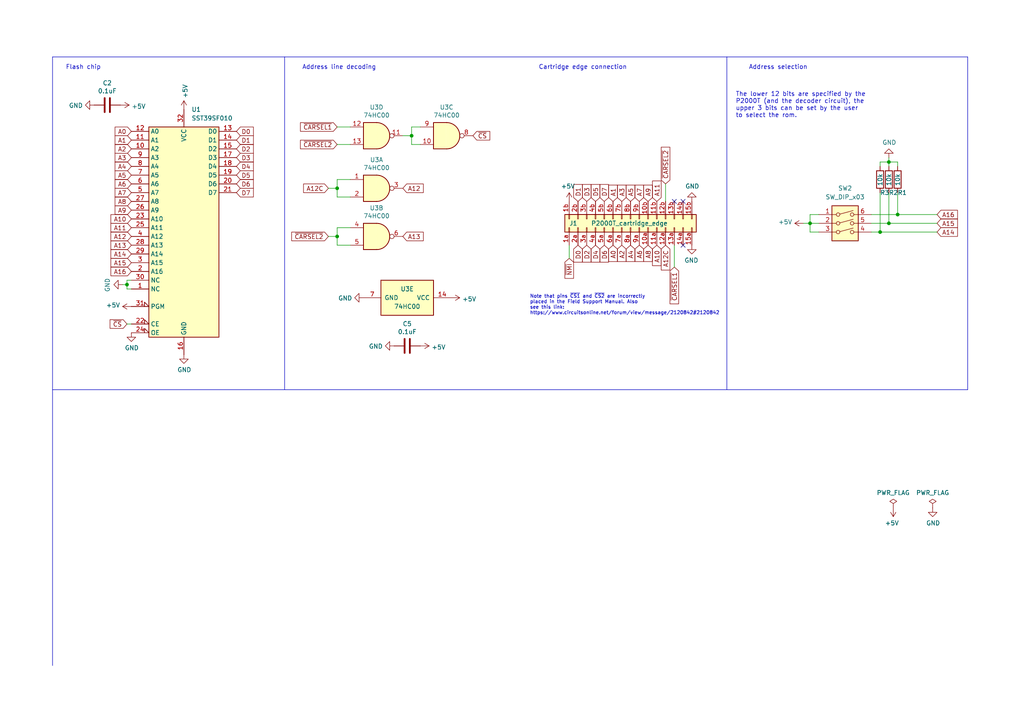
<source format=kicad_sch>
(kicad_sch
	(version 20231120)
	(generator "eeschema")
	(generator_version "8.0")
	(uuid "740cd481-e367-42b6-a158-24c759a7a91a")
	(paper "A4")
	(title_block
		(title "P2000T Multirom Cartridge")
		(date "2021-08-14")
		(rev "1")
	)
	(lib_symbols
		(symbol "74xx:74HC00"
			(pin_names
				(offset 1.016)
			)
			(exclude_from_sim no)
			(in_bom yes)
			(on_board yes)
			(property "Reference" "U"
				(at 0 1.27 0)
				(effects
					(font
						(size 1.27 1.27)
					)
				)
			)
			(property "Value" "74HC00"
				(at 0 -1.27 0)
				(effects
					(font
						(size 1.27 1.27)
					)
				)
			)
			(property "Footprint" ""
				(at 0 0 0)
				(effects
					(font
						(size 1.27 1.27)
					)
					(hide yes)
				)
			)
			(property "Datasheet" "http://www.ti.com/lit/gpn/sn74hc00"
				(at 0 0 0)
				(effects
					(font
						(size 1.27 1.27)
					)
					(hide yes)
				)
			)
			(property "Description" "quad 2-input NAND gate"
				(at 0 0 0)
				(effects
					(font
						(size 1.27 1.27)
					)
					(hide yes)
				)
			)
			(property "ki_locked" ""
				(at 0 0 0)
				(effects
					(font
						(size 1.27 1.27)
					)
				)
			)
			(property "ki_keywords" "HCMOS nand 2-input"
				(at 0 0 0)
				(effects
					(font
						(size 1.27 1.27)
					)
					(hide yes)
				)
			)
			(property "ki_fp_filters" "DIP*W7.62mm* SO14*"
				(at 0 0 0)
				(effects
					(font
						(size 1.27 1.27)
					)
					(hide yes)
				)
			)
			(symbol "74HC00_1_1"
				(arc
					(start 0 -3.81)
					(mid 3.7934 0)
					(end 0 3.81)
					(stroke
						(width 0.254)
						(type default)
					)
					(fill
						(type background)
					)
				)
				(polyline
					(pts
						(xy 0 3.81) (xy -3.81 3.81) (xy -3.81 -3.81) (xy 0 -3.81)
					)
					(stroke
						(width 0.254)
						(type default)
					)
					(fill
						(type background)
					)
				)
				(pin input line
					(at -7.62 2.54 0)
					(length 3.81)
					(name "~"
						(effects
							(font
								(size 1.27 1.27)
							)
						)
					)
					(number "1"
						(effects
							(font
								(size 1.27 1.27)
							)
						)
					)
				)
				(pin input line
					(at -7.62 -2.54 0)
					(length 3.81)
					(name "~"
						(effects
							(font
								(size 1.27 1.27)
							)
						)
					)
					(number "2"
						(effects
							(font
								(size 1.27 1.27)
							)
						)
					)
				)
				(pin output inverted
					(at 7.62 0 180)
					(length 3.81)
					(name "~"
						(effects
							(font
								(size 1.27 1.27)
							)
						)
					)
					(number "3"
						(effects
							(font
								(size 1.27 1.27)
							)
						)
					)
				)
			)
			(symbol "74HC00_1_2"
				(arc
					(start -3.81 -3.81)
					(mid -2.589 0)
					(end -3.81 3.81)
					(stroke
						(width 0.254)
						(type default)
					)
					(fill
						(type none)
					)
				)
				(arc
					(start -0.6096 -3.81)
					(mid 2.1842 -2.5851)
					(end 3.81 0)
					(stroke
						(width 0.254)
						(type default)
					)
					(fill
						(type background)
					)
				)
				(polyline
					(pts
						(xy -3.81 -3.81) (xy -0.635 -3.81)
					)
					(stroke
						(width 0.254)
						(type default)
					)
					(fill
						(type background)
					)
				)
				(polyline
					(pts
						(xy -3.81 3.81) (xy -0.635 3.81)
					)
					(stroke
						(width 0.254)
						(type default)
					)
					(fill
						(type background)
					)
				)
				(polyline
					(pts
						(xy -0.635 3.81) (xy -3.81 3.81) (xy -3.81 3.81) (xy -3.556 3.4036) (xy -3.0226 2.2606) (xy -2.6924 1.0414)
						(xy -2.6162 -0.254) (xy -2.7686 -1.4986) (xy -3.175 -2.7178) (xy -3.81 -3.81) (xy -3.81 -3.81)
						(xy -0.635 -3.81)
					)
					(stroke
						(width -25.4)
						(type default)
					)
					(fill
						(type background)
					)
				)
				(arc
					(start 3.81 0)
					(mid 2.1915 2.5936)
					(end -0.6096 3.81)
					(stroke
						(width 0.254)
						(type default)
					)
					(fill
						(type background)
					)
				)
				(pin input inverted
					(at -7.62 2.54 0)
					(length 4.318)
					(name "~"
						(effects
							(font
								(size 1.27 1.27)
							)
						)
					)
					(number "1"
						(effects
							(font
								(size 1.27 1.27)
							)
						)
					)
				)
				(pin input inverted
					(at -7.62 -2.54 0)
					(length 4.318)
					(name "~"
						(effects
							(font
								(size 1.27 1.27)
							)
						)
					)
					(number "2"
						(effects
							(font
								(size 1.27 1.27)
							)
						)
					)
				)
				(pin output line
					(at 7.62 0 180)
					(length 3.81)
					(name "~"
						(effects
							(font
								(size 1.27 1.27)
							)
						)
					)
					(number "3"
						(effects
							(font
								(size 1.27 1.27)
							)
						)
					)
				)
			)
			(symbol "74HC00_2_1"
				(arc
					(start 0 -3.81)
					(mid 3.7934 0)
					(end 0 3.81)
					(stroke
						(width 0.254)
						(type default)
					)
					(fill
						(type background)
					)
				)
				(polyline
					(pts
						(xy 0 3.81) (xy -3.81 3.81) (xy -3.81 -3.81) (xy 0 -3.81)
					)
					(stroke
						(width 0.254)
						(type default)
					)
					(fill
						(type background)
					)
				)
				(pin input line
					(at -7.62 2.54 0)
					(length 3.81)
					(name "~"
						(effects
							(font
								(size 1.27 1.27)
							)
						)
					)
					(number "4"
						(effects
							(font
								(size 1.27 1.27)
							)
						)
					)
				)
				(pin input line
					(at -7.62 -2.54 0)
					(length 3.81)
					(name "~"
						(effects
							(font
								(size 1.27 1.27)
							)
						)
					)
					(number "5"
						(effects
							(font
								(size 1.27 1.27)
							)
						)
					)
				)
				(pin output inverted
					(at 7.62 0 180)
					(length 3.81)
					(name "~"
						(effects
							(font
								(size 1.27 1.27)
							)
						)
					)
					(number "6"
						(effects
							(font
								(size 1.27 1.27)
							)
						)
					)
				)
			)
			(symbol "74HC00_2_2"
				(arc
					(start -3.81 -3.81)
					(mid -2.589 0)
					(end -3.81 3.81)
					(stroke
						(width 0.254)
						(type default)
					)
					(fill
						(type none)
					)
				)
				(arc
					(start -0.6096 -3.81)
					(mid 2.1842 -2.5851)
					(end 3.81 0)
					(stroke
						(width 0.254)
						(type default)
					)
					(fill
						(type background)
					)
				)
				(polyline
					(pts
						(xy -3.81 -3.81) (xy -0.635 -3.81)
					)
					(stroke
						(width 0.254)
						(type default)
					)
					(fill
						(type background)
					)
				)
				(polyline
					(pts
						(xy -3.81 3.81) (xy -0.635 3.81)
					)
					(stroke
						(width 0.254)
						(type default)
					)
					(fill
						(type background)
					)
				)
				(polyline
					(pts
						(xy -0.635 3.81) (xy -3.81 3.81) (xy -3.81 3.81) (xy -3.556 3.4036) (xy -3.0226 2.2606) (xy -2.6924 1.0414)
						(xy -2.6162 -0.254) (xy -2.7686 -1.4986) (xy -3.175 -2.7178) (xy -3.81 -3.81) (xy -3.81 -3.81)
						(xy -0.635 -3.81)
					)
					(stroke
						(width -25.4)
						(type default)
					)
					(fill
						(type background)
					)
				)
				(arc
					(start 3.81 0)
					(mid 2.1915 2.5936)
					(end -0.6096 3.81)
					(stroke
						(width 0.254)
						(type default)
					)
					(fill
						(type background)
					)
				)
				(pin input inverted
					(at -7.62 2.54 0)
					(length 4.318)
					(name "~"
						(effects
							(font
								(size 1.27 1.27)
							)
						)
					)
					(number "4"
						(effects
							(font
								(size 1.27 1.27)
							)
						)
					)
				)
				(pin input inverted
					(at -7.62 -2.54 0)
					(length 4.318)
					(name "~"
						(effects
							(font
								(size 1.27 1.27)
							)
						)
					)
					(number "5"
						(effects
							(font
								(size 1.27 1.27)
							)
						)
					)
				)
				(pin output line
					(at 7.62 0 180)
					(length 3.81)
					(name "~"
						(effects
							(font
								(size 1.27 1.27)
							)
						)
					)
					(number "6"
						(effects
							(font
								(size 1.27 1.27)
							)
						)
					)
				)
			)
			(symbol "74HC00_3_1"
				(arc
					(start 0 -3.81)
					(mid 3.7934 0)
					(end 0 3.81)
					(stroke
						(width 0.254)
						(type default)
					)
					(fill
						(type background)
					)
				)
				(polyline
					(pts
						(xy 0 3.81) (xy -3.81 3.81) (xy -3.81 -3.81) (xy 0 -3.81)
					)
					(stroke
						(width 0.254)
						(type default)
					)
					(fill
						(type background)
					)
				)
				(pin input line
					(at -7.62 -2.54 0)
					(length 3.81)
					(name "~"
						(effects
							(font
								(size 1.27 1.27)
							)
						)
					)
					(number "10"
						(effects
							(font
								(size 1.27 1.27)
							)
						)
					)
				)
				(pin output inverted
					(at 7.62 0 180)
					(length 3.81)
					(name "~"
						(effects
							(font
								(size 1.27 1.27)
							)
						)
					)
					(number "8"
						(effects
							(font
								(size 1.27 1.27)
							)
						)
					)
				)
				(pin input line
					(at -7.62 2.54 0)
					(length 3.81)
					(name "~"
						(effects
							(font
								(size 1.27 1.27)
							)
						)
					)
					(number "9"
						(effects
							(font
								(size 1.27 1.27)
							)
						)
					)
				)
			)
			(symbol "74HC00_3_2"
				(arc
					(start -3.81 -3.81)
					(mid -2.589 0)
					(end -3.81 3.81)
					(stroke
						(width 0.254)
						(type default)
					)
					(fill
						(type none)
					)
				)
				(arc
					(start -0.6096 -3.81)
					(mid 2.1842 -2.5851)
					(end 3.81 0)
					(stroke
						(width 0.254)
						(type default)
					)
					(fill
						(type background)
					)
				)
				(polyline
					(pts
						(xy -3.81 -3.81) (xy -0.635 -3.81)
					)
					(stroke
						(width 0.254)
						(type default)
					)
					(fill
						(type background)
					)
				)
				(polyline
					(pts
						(xy -3.81 3.81) (xy -0.635 3.81)
					)
					(stroke
						(width 0.254)
						(type default)
					)
					(fill
						(type background)
					)
				)
				(polyline
					(pts
						(xy -0.635 3.81) (xy -3.81 3.81) (xy -3.81 3.81) (xy -3.556 3.4036) (xy -3.0226 2.2606) (xy -2.6924 1.0414)
						(xy -2.6162 -0.254) (xy -2.7686 -1.4986) (xy -3.175 -2.7178) (xy -3.81 -3.81) (xy -3.81 -3.81)
						(xy -0.635 -3.81)
					)
					(stroke
						(width -25.4)
						(type default)
					)
					(fill
						(type background)
					)
				)
				(arc
					(start 3.81 0)
					(mid 2.1915 2.5936)
					(end -0.6096 3.81)
					(stroke
						(width 0.254)
						(type default)
					)
					(fill
						(type background)
					)
				)
				(pin input inverted
					(at -7.62 -2.54 0)
					(length 4.318)
					(name "~"
						(effects
							(font
								(size 1.27 1.27)
							)
						)
					)
					(number "10"
						(effects
							(font
								(size 1.27 1.27)
							)
						)
					)
				)
				(pin output line
					(at 7.62 0 180)
					(length 3.81)
					(name "~"
						(effects
							(font
								(size 1.27 1.27)
							)
						)
					)
					(number "8"
						(effects
							(font
								(size 1.27 1.27)
							)
						)
					)
				)
				(pin input inverted
					(at -7.62 2.54 0)
					(length 4.318)
					(name "~"
						(effects
							(font
								(size 1.27 1.27)
							)
						)
					)
					(number "9"
						(effects
							(font
								(size 1.27 1.27)
							)
						)
					)
				)
			)
			(symbol "74HC00_4_1"
				(arc
					(start 0 -3.81)
					(mid 3.7934 0)
					(end 0 3.81)
					(stroke
						(width 0.254)
						(type default)
					)
					(fill
						(type background)
					)
				)
				(polyline
					(pts
						(xy 0 3.81) (xy -3.81 3.81) (xy -3.81 -3.81) (xy 0 -3.81)
					)
					(stroke
						(width 0.254)
						(type default)
					)
					(fill
						(type background)
					)
				)
				(pin output inverted
					(at 7.62 0 180)
					(length 3.81)
					(name "~"
						(effects
							(font
								(size 1.27 1.27)
							)
						)
					)
					(number "11"
						(effects
							(font
								(size 1.27 1.27)
							)
						)
					)
				)
				(pin input line
					(at -7.62 2.54 0)
					(length 3.81)
					(name "~"
						(effects
							(font
								(size 1.27 1.27)
							)
						)
					)
					(number "12"
						(effects
							(font
								(size 1.27 1.27)
							)
						)
					)
				)
				(pin input line
					(at -7.62 -2.54 0)
					(length 3.81)
					(name "~"
						(effects
							(font
								(size 1.27 1.27)
							)
						)
					)
					(number "13"
						(effects
							(font
								(size 1.27 1.27)
							)
						)
					)
				)
			)
			(symbol "74HC00_4_2"
				(arc
					(start -3.81 -3.81)
					(mid -2.589 0)
					(end -3.81 3.81)
					(stroke
						(width 0.254)
						(type default)
					)
					(fill
						(type none)
					)
				)
				(arc
					(start -0.6096 -3.81)
					(mid 2.1842 -2.5851)
					(end 3.81 0)
					(stroke
						(width 0.254)
						(type default)
					)
					(fill
						(type background)
					)
				)
				(polyline
					(pts
						(xy -3.81 -3.81) (xy -0.635 -3.81)
					)
					(stroke
						(width 0.254)
						(type default)
					)
					(fill
						(type background)
					)
				)
				(polyline
					(pts
						(xy -3.81 3.81) (xy -0.635 3.81)
					)
					(stroke
						(width 0.254)
						(type default)
					)
					(fill
						(type background)
					)
				)
				(polyline
					(pts
						(xy -0.635 3.81) (xy -3.81 3.81) (xy -3.81 3.81) (xy -3.556 3.4036) (xy -3.0226 2.2606) (xy -2.6924 1.0414)
						(xy -2.6162 -0.254) (xy -2.7686 -1.4986) (xy -3.175 -2.7178) (xy -3.81 -3.81) (xy -3.81 -3.81)
						(xy -0.635 -3.81)
					)
					(stroke
						(width -25.4)
						(type default)
					)
					(fill
						(type background)
					)
				)
				(arc
					(start 3.81 0)
					(mid 2.1915 2.5936)
					(end -0.6096 3.81)
					(stroke
						(width 0.254)
						(type default)
					)
					(fill
						(type background)
					)
				)
				(pin output line
					(at 7.62 0 180)
					(length 3.81)
					(name "~"
						(effects
							(font
								(size 1.27 1.27)
							)
						)
					)
					(number "11"
						(effects
							(font
								(size 1.27 1.27)
							)
						)
					)
				)
				(pin input inverted
					(at -7.62 2.54 0)
					(length 4.318)
					(name "~"
						(effects
							(font
								(size 1.27 1.27)
							)
						)
					)
					(number "12"
						(effects
							(font
								(size 1.27 1.27)
							)
						)
					)
				)
				(pin input inverted
					(at -7.62 -2.54 0)
					(length 4.318)
					(name "~"
						(effects
							(font
								(size 1.27 1.27)
							)
						)
					)
					(number "13"
						(effects
							(font
								(size 1.27 1.27)
							)
						)
					)
				)
			)
			(symbol "74HC00_5_0"
				(pin power_in line
					(at 0 12.7 270)
					(length 5.08)
					(name "VCC"
						(effects
							(font
								(size 1.27 1.27)
							)
						)
					)
					(number "14"
						(effects
							(font
								(size 1.27 1.27)
							)
						)
					)
				)
				(pin power_in line
					(at 0 -12.7 90)
					(length 5.08)
					(name "GND"
						(effects
							(font
								(size 1.27 1.27)
							)
						)
					)
					(number "7"
						(effects
							(font
								(size 1.27 1.27)
							)
						)
					)
				)
			)
			(symbol "74HC00_5_1"
				(rectangle
					(start -5.08 7.62)
					(end 5.08 -7.62)
					(stroke
						(width 0.254)
						(type default)
					)
					(fill
						(type background)
					)
				)
			)
		)
		(symbol "Connector_Generic:Conn_02x15_Row_Letter_Last"
			(pin_names
				(offset 1.016) hide)
			(exclude_from_sim no)
			(in_bom yes)
			(on_board yes)
			(property "Reference" "J"
				(at 1.27 20.32 0)
				(effects
					(font
						(size 1.27 1.27)
					)
				)
			)
			(property "Value" "Conn_02x15_Row_Letter_Last"
				(at 1.27 -20.32 0)
				(effects
					(font
						(size 1.27 1.27)
					)
				)
			)
			(property "Footprint" ""
				(at 0 0 0)
				(effects
					(font
						(size 1.27 1.27)
					)
					(hide yes)
				)
			)
			(property "Datasheet" "~"
				(at 0 0 0)
				(effects
					(font
						(size 1.27 1.27)
					)
					(hide yes)
				)
			)
			(property "Description" "Generic connector, double row, 02x15, row letter last pin numbering scheme (pin number consists of a letter for the row and a number for the pin index in this row. 1a, ..., Na; 1b, ..., Nb)), script generated (kicad-library-utils/schlib/autogen/connector/)"
				(at 0 0 0)
				(effects
					(font
						(size 1.27 1.27)
					)
					(hide yes)
				)
			)
			(property "ki_keywords" "connector"
				(at 0 0 0)
				(effects
					(font
						(size 1.27 1.27)
					)
					(hide yes)
				)
			)
			(property "ki_fp_filters" "Connector*:*_2x??_*"
				(at 0 0 0)
				(effects
					(font
						(size 1.27 1.27)
					)
					(hide yes)
				)
			)
			(symbol "Conn_02x15_Row_Letter_Last_1_1"
				(rectangle
					(start -1.27 -17.653)
					(end 0 -17.907)
					(stroke
						(width 0.1524)
						(type default)
					)
					(fill
						(type none)
					)
				)
				(rectangle
					(start -1.27 -15.113)
					(end 0 -15.367)
					(stroke
						(width 0.1524)
						(type default)
					)
					(fill
						(type none)
					)
				)
				(rectangle
					(start -1.27 -12.573)
					(end 0 -12.827)
					(stroke
						(width 0.1524)
						(type default)
					)
					(fill
						(type none)
					)
				)
				(rectangle
					(start -1.27 -10.033)
					(end 0 -10.287)
					(stroke
						(width 0.1524)
						(type default)
					)
					(fill
						(type none)
					)
				)
				(rectangle
					(start -1.27 -7.493)
					(end 0 -7.747)
					(stroke
						(width 0.1524)
						(type default)
					)
					(fill
						(type none)
					)
				)
				(rectangle
					(start -1.27 -4.953)
					(end 0 -5.207)
					(stroke
						(width 0.1524)
						(type default)
					)
					(fill
						(type none)
					)
				)
				(rectangle
					(start -1.27 -2.413)
					(end 0 -2.667)
					(stroke
						(width 0.1524)
						(type default)
					)
					(fill
						(type none)
					)
				)
				(rectangle
					(start -1.27 0.127)
					(end 0 -0.127)
					(stroke
						(width 0.1524)
						(type default)
					)
					(fill
						(type none)
					)
				)
				(rectangle
					(start -1.27 2.667)
					(end 0 2.413)
					(stroke
						(width 0.1524)
						(type default)
					)
					(fill
						(type none)
					)
				)
				(rectangle
					(start -1.27 5.207)
					(end 0 4.953)
					(stroke
						(width 0.1524)
						(type default)
					)
					(fill
						(type none)
					)
				)
				(rectangle
					(start -1.27 7.747)
					(end 0 7.493)
					(stroke
						(width 0.1524)
						(type default)
					)
					(fill
						(type none)
					)
				)
				(rectangle
					(start -1.27 10.287)
					(end 0 10.033)
					(stroke
						(width 0.1524)
						(type default)
					)
					(fill
						(type none)
					)
				)
				(rectangle
					(start -1.27 12.827)
					(end 0 12.573)
					(stroke
						(width 0.1524)
						(type default)
					)
					(fill
						(type none)
					)
				)
				(rectangle
					(start -1.27 15.367)
					(end 0 15.113)
					(stroke
						(width 0.1524)
						(type default)
					)
					(fill
						(type none)
					)
				)
				(rectangle
					(start -1.27 17.907)
					(end 0 17.653)
					(stroke
						(width 0.1524)
						(type default)
					)
					(fill
						(type none)
					)
				)
				(rectangle
					(start -1.27 19.05)
					(end 3.81 -19.05)
					(stroke
						(width 0.254)
						(type default)
					)
					(fill
						(type background)
					)
				)
				(rectangle
					(start 3.81 -17.653)
					(end 2.54 -17.907)
					(stroke
						(width 0.1524)
						(type default)
					)
					(fill
						(type none)
					)
				)
				(rectangle
					(start 3.81 -15.113)
					(end 2.54 -15.367)
					(stroke
						(width 0.1524)
						(type default)
					)
					(fill
						(type none)
					)
				)
				(rectangle
					(start 3.81 -12.573)
					(end 2.54 -12.827)
					(stroke
						(width 0.1524)
						(type default)
					)
					(fill
						(type none)
					)
				)
				(rectangle
					(start 3.81 -10.033)
					(end 2.54 -10.287)
					(stroke
						(width 0.1524)
						(type default)
					)
					(fill
						(type none)
					)
				)
				(rectangle
					(start 3.81 -7.493)
					(end 2.54 -7.747)
					(stroke
						(width 0.1524)
						(type default)
					)
					(fill
						(type none)
					)
				)
				(rectangle
					(start 3.81 -4.953)
					(end 2.54 -5.207)
					(stroke
						(width 0.1524)
						(type default)
					)
					(fill
						(type none)
					)
				)
				(rectangle
					(start 3.81 -2.413)
					(end 2.54 -2.667)
					(stroke
						(width 0.1524)
						(type default)
					)
					(fill
						(type none)
					)
				)
				(rectangle
					(start 3.81 0.127)
					(end 2.54 -0.127)
					(stroke
						(width 0.1524)
						(type default)
					)
					(fill
						(type none)
					)
				)
				(rectangle
					(start 3.81 2.667)
					(end 2.54 2.413)
					(stroke
						(width 0.1524)
						(type default)
					)
					(fill
						(type none)
					)
				)
				(rectangle
					(start 3.81 5.207)
					(end 2.54 4.953)
					(stroke
						(width 0.1524)
						(type default)
					)
					(fill
						(type none)
					)
				)
				(rectangle
					(start 3.81 7.747)
					(end 2.54 7.493)
					(stroke
						(width 0.1524)
						(type default)
					)
					(fill
						(type none)
					)
				)
				(rectangle
					(start 3.81 10.287)
					(end 2.54 10.033)
					(stroke
						(width 0.1524)
						(type default)
					)
					(fill
						(type none)
					)
				)
				(rectangle
					(start 3.81 12.827)
					(end 2.54 12.573)
					(stroke
						(width 0.1524)
						(type default)
					)
					(fill
						(type none)
					)
				)
				(rectangle
					(start 3.81 15.367)
					(end 2.54 15.113)
					(stroke
						(width 0.1524)
						(type default)
					)
					(fill
						(type none)
					)
				)
				(rectangle
					(start 3.81 17.907)
					(end 2.54 17.653)
					(stroke
						(width 0.1524)
						(type default)
					)
					(fill
						(type none)
					)
				)
				(pin passive line
					(at -5.08 -5.08 0)
					(length 3.81)
					(name "Pin_10a"
						(effects
							(font
								(size 1.27 1.27)
							)
						)
					)
					(number "10a"
						(effects
							(font
								(size 1.27 1.27)
							)
						)
					)
				)
				(pin passive line
					(at 7.62 -5.08 180)
					(length 3.81)
					(name "Pin_10b"
						(effects
							(font
								(size 1.27 1.27)
							)
						)
					)
					(number "10b"
						(effects
							(font
								(size 1.27 1.27)
							)
						)
					)
				)
				(pin passive line
					(at -5.08 -7.62 0)
					(length 3.81)
					(name "Pin_11a"
						(effects
							(font
								(size 1.27 1.27)
							)
						)
					)
					(number "11a"
						(effects
							(font
								(size 1.27 1.27)
							)
						)
					)
				)
				(pin passive line
					(at 7.62 -7.62 180)
					(length 3.81)
					(name "Pin_11b"
						(effects
							(font
								(size 1.27 1.27)
							)
						)
					)
					(number "11b"
						(effects
							(font
								(size 1.27 1.27)
							)
						)
					)
				)
				(pin passive line
					(at -5.08 -10.16 0)
					(length 3.81)
					(name "Pin_12a"
						(effects
							(font
								(size 1.27 1.27)
							)
						)
					)
					(number "12a"
						(effects
							(font
								(size 1.27 1.27)
							)
						)
					)
				)
				(pin passive line
					(at 7.62 -10.16 180)
					(length 3.81)
					(name "Pin_12b"
						(effects
							(font
								(size 1.27 1.27)
							)
						)
					)
					(number "12b"
						(effects
							(font
								(size 1.27 1.27)
							)
						)
					)
				)
				(pin passive line
					(at -5.08 -12.7 0)
					(length 3.81)
					(name "Pin_13a"
						(effects
							(font
								(size 1.27 1.27)
							)
						)
					)
					(number "13a"
						(effects
							(font
								(size 1.27 1.27)
							)
						)
					)
				)
				(pin passive line
					(at 7.62 -12.7 180)
					(length 3.81)
					(name "Pin_13b"
						(effects
							(font
								(size 1.27 1.27)
							)
						)
					)
					(number "13b"
						(effects
							(font
								(size 1.27 1.27)
							)
						)
					)
				)
				(pin passive line
					(at -5.08 -15.24 0)
					(length 3.81)
					(name "Pin_14a"
						(effects
							(font
								(size 1.27 1.27)
							)
						)
					)
					(number "14a"
						(effects
							(font
								(size 1.27 1.27)
							)
						)
					)
				)
				(pin passive line
					(at 7.62 -15.24 180)
					(length 3.81)
					(name "Pin_14b"
						(effects
							(font
								(size 1.27 1.27)
							)
						)
					)
					(number "14b"
						(effects
							(font
								(size 1.27 1.27)
							)
						)
					)
				)
				(pin passive line
					(at -5.08 -17.78 0)
					(length 3.81)
					(name "Pin_15a"
						(effects
							(font
								(size 1.27 1.27)
							)
						)
					)
					(number "15a"
						(effects
							(font
								(size 1.27 1.27)
							)
						)
					)
				)
				(pin passive line
					(at 7.62 -17.78 180)
					(length 3.81)
					(name "Pin_15b"
						(effects
							(font
								(size 1.27 1.27)
							)
						)
					)
					(number "15b"
						(effects
							(font
								(size 1.27 1.27)
							)
						)
					)
				)
				(pin passive line
					(at -5.08 17.78 0)
					(length 3.81)
					(name "Pin_1a"
						(effects
							(font
								(size 1.27 1.27)
							)
						)
					)
					(number "1a"
						(effects
							(font
								(size 1.27 1.27)
							)
						)
					)
				)
				(pin passive line
					(at 7.62 17.78 180)
					(length 3.81)
					(name "Pin_1b"
						(effects
							(font
								(size 1.27 1.27)
							)
						)
					)
					(number "1b"
						(effects
							(font
								(size 1.27 1.27)
							)
						)
					)
				)
				(pin passive line
					(at -5.08 15.24 0)
					(length 3.81)
					(name "Pin_2a"
						(effects
							(font
								(size 1.27 1.27)
							)
						)
					)
					(number "2a"
						(effects
							(font
								(size 1.27 1.27)
							)
						)
					)
				)
				(pin passive line
					(at 7.62 15.24 180)
					(length 3.81)
					(name "Pin_2b"
						(effects
							(font
								(size 1.27 1.27)
							)
						)
					)
					(number "2b"
						(effects
							(font
								(size 1.27 1.27)
							)
						)
					)
				)
				(pin passive line
					(at -5.08 12.7 0)
					(length 3.81)
					(name "Pin_3a"
						(effects
							(font
								(size 1.27 1.27)
							)
						)
					)
					(number "3a"
						(effects
							(font
								(size 1.27 1.27)
							)
						)
					)
				)
				(pin passive line
					(at 7.62 12.7 180)
					(length 3.81)
					(name "Pin_3b"
						(effects
							(font
								(size 1.27 1.27)
							)
						)
					)
					(number "3b"
						(effects
							(font
								(size 1.27 1.27)
							)
						)
					)
				)
				(pin passive line
					(at -5.08 10.16 0)
					(length 3.81)
					(name "Pin_4a"
						(effects
							(font
								(size 1.27 1.27)
							)
						)
					)
					(number "4a"
						(effects
							(font
								(size 1.27 1.27)
							)
						)
					)
				)
				(pin passive line
					(at 7.62 10.16 180)
					(length 3.81)
					(name "Pin_4b"
						(effects
							(font
								(size 1.27 1.27)
							)
						)
					)
					(number "4b"
						(effects
							(font
								(size 1.27 1.27)
							)
						)
					)
				)
				(pin passive line
					(at -5.08 7.62 0)
					(length 3.81)
					(name "Pin_5a"
						(effects
							(font
								(size 1.27 1.27)
							)
						)
					)
					(number "5a"
						(effects
							(font
								(size 1.27 1.27)
							)
						)
					)
				)
				(pin passive line
					(at 7.62 7.62 180)
					(length 3.81)
					(name "Pin_5b"
						(effects
							(font
								(size 1.27 1.27)
							)
						)
					)
					(number "5b"
						(effects
							(font
								(size 1.27 1.27)
							)
						)
					)
				)
				(pin passive line
					(at -5.08 5.08 0)
					(length 3.81)
					(name "Pin_6a"
						(effects
							(font
								(size 1.27 1.27)
							)
						)
					)
					(number "6a"
						(effects
							(font
								(size 1.27 1.27)
							)
						)
					)
				)
				(pin passive line
					(at 7.62 5.08 180)
					(length 3.81)
					(name "Pin_6b"
						(effects
							(font
								(size 1.27 1.27)
							)
						)
					)
					(number "6b"
						(effects
							(font
								(size 1.27 1.27)
							)
						)
					)
				)
				(pin passive line
					(at -5.08 2.54 0)
					(length 3.81)
					(name "Pin_7a"
						(effects
							(font
								(size 1.27 1.27)
							)
						)
					)
					(number "7a"
						(effects
							(font
								(size 1.27 1.27)
							)
						)
					)
				)
				(pin passive line
					(at 7.62 2.54 180)
					(length 3.81)
					(name "Pin_7b"
						(effects
							(font
								(size 1.27 1.27)
							)
						)
					)
					(number "7b"
						(effects
							(font
								(size 1.27 1.27)
							)
						)
					)
				)
				(pin passive line
					(at -5.08 0 0)
					(length 3.81)
					(name "Pin_8a"
						(effects
							(font
								(size 1.27 1.27)
							)
						)
					)
					(number "8a"
						(effects
							(font
								(size 1.27 1.27)
							)
						)
					)
				)
				(pin passive line
					(at 7.62 0 180)
					(length 3.81)
					(name "Pin_8b"
						(effects
							(font
								(size 1.27 1.27)
							)
						)
					)
					(number "8b"
						(effects
							(font
								(size 1.27 1.27)
							)
						)
					)
				)
				(pin passive line
					(at -5.08 -2.54 0)
					(length 3.81)
					(name "Pin_9a"
						(effects
							(font
								(size 1.27 1.27)
							)
						)
					)
					(number "9a"
						(effects
							(font
								(size 1.27 1.27)
							)
						)
					)
				)
				(pin passive line
					(at 7.62 -2.54 180)
					(length 3.81)
					(name "Pin_9b"
						(effects
							(font
								(size 1.27 1.27)
							)
						)
					)
					(number "9b"
						(effects
							(font
								(size 1.27 1.27)
							)
						)
					)
				)
			)
		)
		(symbol "Device:C"
			(pin_numbers hide)
			(pin_names
				(offset 0.254)
			)
			(exclude_from_sim no)
			(in_bom yes)
			(on_board yes)
			(property "Reference" "C"
				(at 0.635 2.54 0)
				(effects
					(font
						(size 1.27 1.27)
					)
					(justify left)
				)
			)
			(property "Value" "C"
				(at 0.635 -2.54 0)
				(effects
					(font
						(size 1.27 1.27)
					)
					(justify left)
				)
			)
			(property "Footprint" ""
				(at 0.9652 -3.81 0)
				(effects
					(font
						(size 1.27 1.27)
					)
					(hide yes)
				)
			)
			(property "Datasheet" "~"
				(at 0 0 0)
				(effects
					(font
						(size 1.27 1.27)
					)
					(hide yes)
				)
			)
			(property "Description" "Unpolarized capacitor"
				(at 0 0 0)
				(effects
					(font
						(size 1.27 1.27)
					)
					(hide yes)
				)
			)
			(property "ki_keywords" "cap capacitor"
				(at 0 0 0)
				(effects
					(font
						(size 1.27 1.27)
					)
					(hide yes)
				)
			)
			(property "ki_fp_filters" "C_*"
				(at 0 0 0)
				(effects
					(font
						(size 1.27 1.27)
					)
					(hide yes)
				)
			)
			(symbol "C_0_1"
				(polyline
					(pts
						(xy -2.032 -0.762) (xy 2.032 -0.762)
					)
					(stroke
						(width 0.508)
						(type default)
					)
					(fill
						(type none)
					)
				)
				(polyline
					(pts
						(xy -2.032 0.762) (xy 2.032 0.762)
					)
					(stroke
						(width 0.508)
						(type default)
					)
					(fill
						(type none)
					)
				)
			)
			(symbol "C_1_1"
				(pin passive line
					(at 0 3.81 270)
					(length 2.794)
					(name "~"
						(effects
							(font
								(size 1.27 1.27)
							)
						)
					)
					(number "1"
						(effects
							(font
								(size 1.27 1.27)
							)
						)
					)
				)
				(pin passive line
					(at 0 -3.81 90)
					(length 2.794)
					(name "~"
						(effects
							(font
								(size 1.27 1.27)
							)
						)
					)
					(number "2"
						(effects
							(font
								(size 1.27 1.27)
							)
						)
					)
				)
			)
		)
		(symbol "Device:R"
			(pin_numbers hide)
			(pin_names
				(offset 0)
			)
			(exclude_from_sim no)
			(in_bom yes)
			(on_board yes)
			(property "Reference" "R"
				(at 2.032 0 90)
				(effects
					(font
						(size 1.27 1.27)
					)
				)
			)
			(property "Value" "R"
				(at 0 0 90)
				(effects
					(font
						(size 1.27 1.27)
					)
				)
			)
			(property "Footprint" ""
				(at -1.778 0 90)
				(effects
					(font
						(size 1.27 1.27)
					)
					(hide yes)
				)
			)
			(property "Datasheet" "~"
				(at 0 0 0)
				(effects
					(font
						(size 1.27 1.27)
					)
					(hide yes)
				)
			)
			(property "Description" "Resistor"
				(at 0 0 0)
				(effects
					(font
						(size 1.27 1.27)
					)
					(hide yes)
				)
			)
			(property "ki_keywords" "R res resistor"
				(at 0 0 0)
				(effects
					(font
						(size 1.27 1.27)
					)
					(hide yes)
				)
			)
			(property "ki_fp_filters" "R_*"
				(at 0 0 0)
				(effects
					(font
						(size 1.27 1.27)
					)
					(hide yes)
				)
			)
			(symbol "R_0_1"
				(rectangle
					(start -1.016 -2.54)
					(end 1.016 2.54)
					(stroke
						(width 0.254)
						(type default)
					)
					(fill
						(type none)
					)
				)
			)
			(symbol "R_1_1"
				(pin passive line
					(at 0 3.81 270)
					(length 1.27)
					(name "~"
						(effects
							(font
								(size 1.27 1.27)
							)
						)
					)
					(number "1"
						(effects
							(font
								(size 1.27 1.27)
							)
						)
					)
				)
				(pin passive line
					(at 0 -3.81 90)
					(length 1.27)
					(name "~"
						(effects
							(font
								(size 1.27 1.27)
							)
						)
					)
					(number "2"
						(effects
							(font
								(size 1.27 1.27)
							)
						)
					)
				)
			)
		)
		(symbol "Memory_Flash:SST39SF010"
			(exclude_from_sim no)
			(in_bom yes)
			(on_board yes)
			(property "Reference" "U"
				(at 2.54 33.02 0)
				(effects
					(font
						(size 1.27 1.27)
					)
				)
			)
			(property "Value" "SST39SF010"
				(at 0 -30.48 0)
				(effects
					(font
						(size 1.27 1.27)
					)
				)
			)
			(property "Footprint" ""
				(at 0 7.62 0)
				(effects
					(font
						(size 1.27 1.27)
					)
					(hide yes)
				)
			)
			(property "Datasheet" "http://ww1.microchip.com/downloads/en/DeviceDoc/25022B.pdf"
				(at 0 7.62 0)
				(effects
					(font
						(size 1.27 1.27)
					)
					(hide yes)
				)
			)
			(property "Description" "Silicon Storage Technology (SSF) 128k x 8 Flash ROM"
				(at 0 0 0)
				(effects
					(font
						(size 1.27 1.27)
					)
					(hide yes)
				)
			)
			(property "ki_keywords" "128k flash rom"
				(at 0 0 0)
				(effects
					(font
						(size 1.27 1.27)
					)
					(hide yes)
				)
			)
			(symbol "SST39SF010_0_0"
				(pin power_in line
					(at 0 -34.29 90)
					(length 5.08)
					(name "GND"
						(effects
							(font
								(size 1.27 1.27)
							)
						)
					)
					(number "16"
						(effects
							(font
								(size 1.27 1.27)
							)
						)
					)
				)
				(pin power_in line
					(at 0 36.83 270)
					(length 5.08)
					(name "VCC"
						(effects
							(font
								(size 1.27 1.27)
							)
						)
					)
					(number "32"
						(effects
							(font
								(size 1.27 1.27)
							)
						)
					)
				)
			)
			(symbol "SST39SF010_0_1"
				(rectangle
					(start -10.16 31.75)
					(end 10.16 -29.21)
					(stroke
						(width 0.254)
						(type default)
					)
					(fill
						(type background)
					)
				)
			)
			(symbol "SST39SF010_1_1"
				(pin input line
					(at -15.24 -15.24 0)
					(length 5.08)
					(name "NC"
						(effects
							(font
								(size 1.27 1.27)
							)
						)
					)
					(number "1"
						(effects
							(font
								(size 1.27 1.27)
							)
						)
					)
				)
				(pin input line
					(at -15.24 25.4 0)
					(length 5.08)
					(name "A2"
						(effects
							(font
								(size 1.27 1.27)
							)
						)
					)
					(number "10"
						(effects
							(font
								(size 1.27 1.27)
							)
						)
					)
				)
				(pin input line
					(at -15.24 27.94 0)
					(length 5.08)
					(name "A1"
						(effects
							(font
								(size 1.27 1.27)
							)
						)
					)
					(number "11"
						(effects
							(font
								(size 1.27 1.27)
							)
						)
					)
				)
				(pin input line
					(at -15.24 30.48 0)
					(length 5.08)
					(name "A0"
						(effects
							(font
								(size 1.27 1.27)
							)
						)
					)
					(number "12"
						(effects
							(font
								(size 1.27 1.27)
							)
						)
					)
				)
				(pin tri_state line
					(at 15.24 30.48 180)
					(length 5.08)
					(name "D0"
						(effects
							(font
								(size 1.27 1.27)
							)
						)
					)
					(number "13"
						(effects
							(font
								(size 1.27 1.27)
							)
						)
					)
				)
				(pin tri_state line
					(at 15.24 27.94 180)
					(length 5.08)
					(name "D1"
						(effects
							(font
								(size 1.27 1.27)
							)
						)
					)
					(number "14"
						(effects
							(font
								(size 1.27 1.27)
							)
						)
					)
				)
				(pin tri_state line
					(at 15.24 25.4 180)
					(length 5.08)
					(name "D2"
						(effects
							(font
								(size 1.27 1.27)
							)
						)
					)
					(number "15"
						(effects
							(font
								(size 1.27 1.27)
							)
						)
					)
				)
				(pin tri_state line
					(at 15.24 22.86 180)
					(length 5.08)
					(name "D3"
						(effects
							(font
								(size 1.27 1.27)
							)
						)
					)
					(number "17"
						(effects
							(font
								(size 1.27 1.27)
							)
						)
					)
				)
				(pin tri_state line
					(at 15.24 20.32 180)
					(length 5.08)
					(name "D4"
						(effects
							(font
								(size 1.27 1.27)
							)
						)
					)
					(number "18"
						(effects
							(font
								(size 1.27 1.27)
							)
						)
					)
				)
				(pin tri_state line
					(at 15.24 17.78 180)
					(length 5.08)
					(name "D5"
						(effects
							(font
								(size 1.27 1.27)
							)
						)
					)
					(number "19"
						(effects
							(font
								(size 1.27 1.27)
							)
						)
					)
				)
				(pin input line
					(at -15.24 -10.16 0)
					(length 5.08)
					(name "A16"
						(effects
							(font
								(size 1.27 1.27)
							)
						)
					)
					(number "2"
						(effects
							(font
								(size 1.27 1.27)
							)
						)
					)
				)
				(pin tri_state line
					(at 15.24 15.24 180)
					(length 5.08)
					(name "D6"
						(effects
							(font
								(size 1.27 1.27)
							)
						)
					)
					(number "20"
						(effects
							(font
								(size 1.27 1.27)
							)
						)
					)
				)
				(pin tri_state line
					(at 15.24 12.7 180)
					(length 5.08)
					(name "D7"
						(effects
							(font
								(size 1.27 1.27)
							)
						)
					)
					(number "21"
						(effects
							(font
								(size 1.27 1.27)
							)
						)
					)
				)
				(pin input input_low
					(at -15.24 -25.4 0)
					(length 5.08)
					(name "CE"
						(effects
							(font
								(size 1.27 1.27)
							)
						)
					)
					(number "22"
						(effects
							(font
								(size 1.27 1.27)
							)
						)
					)
				)
				(pin input line
					(at -15.24 5.08 0)
					(length 5.08)
					(name "A10"
						(effects
							(font
								(size 1.27 1.27)
							)
						)
					)
					(number "23"
						(effects
							(font
								(size 1.27 1.27)
							)
						)
					)
				)
				(pin input input_low
					(at -15.24 -27.94 0)
					(length 5.08)
					(name "OE"
						(effects
							(font
								(size 1.27 1.27)
							)
						)
					)
					(number "24"
						(effects
							(font
								(size 1.27 1.27)
							)
						)
					)
				)
				(pin input line
					(at -15.24 2.54 0)
					(length 5.08)
					(name "A11"
						(effects
							(font
								(size 1.27 1.27)
							)
						)
					)
					(number "25"
						(effects
							(font
								(size 1.27 1.27)
							)
						)
					)
				)
				(pin input line
					(at -15.24 7.62 0)
					(length 5.08)
					(name "A9"
						(effects
							(font
								(size 1.27 1.27)
							)
						)
					)
					(number "26"
						(effects
							(font
								(size 1.27 1.27)
							)
						)
					)
				)
				(pin input line
					(at -15.24 10.16 0)
					(length 5.08)
					(name "A8"
						(effects
							(font
								(size 1.27 1.27)
							)
						)
					)
					(number "27"
						(effects
							(font
								(size 1.27 1.27)
							)
						)
					)
				)
				(pin input line
					(at -15.24 -2.54 0)
					(length 5.08)
					(name "A13"
						(effects
							(font
								(size 1.27 1.27)
							)
						)
					)
					(number "28"
						(effects
							(font
								(size 1.27 1.27)
							)
						)
					)
				)
				(pin input line
					(at -15.24 -5.08 0)
					(length 5.08)
					(name "A14"
						(effects
							(font
								(size 1.27 1.27)
							)
						)
					)
					(number "29"
						(effects
							(font
								(size 1.27 1.27)
							)
						)
					)
				)
				(pin input line
					(at -15.24 -7.62 0)
					(length 5.08)
					(name "A15"
						(effects
							(font
								(size 1.27 1.27)
							)
						)
					)
					(number "3"
						(effects
							(font
								(size 1.27 1.27)
							)
						)
					)
				)
				(pin input line
					(at -15.24 -12.7 0)
					(length 5.08)
					(name "NC"
						(effects
							(font
								(size 1.27 1.27)
							)
						)
					)
					(number "30"
						(effects
							(font
								(size 1.27 1.27)
							)
						)
					)
				)
				(pin input input_low
					(at -15.24 -20.32 0)
					(length 5.08)
					(name "PGM"
						(effects
							(font
								(size 1.27 1.27)
							)
						)
					)
					(number "31"
						(effects
							(font
								(size 1.27 1.27)
							)
						)
					)
				)
				(pin input line
					(at -15.24 0 0)
					(length 5.08)
					(name "A12"
						(effects
							(font
								(size 1.27 1.27)
							)
						)
					)
					(number "4"
						(effects
							(font
								(size 1.27 1.27)
							)
						)
					)
				)
				(pin input line
					(at -15.24 12.7 0)
					(length 5.08)
					(name "A7"
						(effects
							(font
								(size 1.27 1.27)
							)
						)
					)
					(number "5"
						(effects
							(font
								(size 1.27 1.27)
							)
						)
					)
				)
				(pin input line
					(at -15.24 15.24 0)
					(length 5.08)
					(name "A6"
						(effects
							(font
								(size 1.27 1.27)
							)
						)
					)
					(number "6"
						(effects
							(font
								(size 1.27 1.27)
							)
						)
					)
				)
				(pin input line
					(at -15.24 17.78 0)
					(length 5.08)
					(name "A5"
						(effects
							(font
								(size 1.27 1.27)
							)
						)
					)
					(number "7"
						(effects
							(font
								(size 1.27 1.27)
							)
						)
					)
				)
				(pin input line
					(at -15.24 20.32 0)
					(length 5.08)
					(name "A4"
						(effects
							(font
								(size 1.27 1.27)
							)
						)
					)
					(number "8"
						(effects
							(font
								(size 1.27 1.27)
							)
						)
					)
				)
				(pin input line
					(at -15.24 22.86 0)
					(length 5.08)
					(name "A3"
						(effects
							(font
								(size 1.27 1.27)
							)
						)
					)
					(number "9"
						(effects
							(font
								(size 1.27 1.27)
							)
						)
					)
				)
			)
		)
		(symbol "Switch:SW_DIP_x03"
			(pin_names
				(offset 0) hide)
			(exclude_from_sim no)
			(in_bom yes)
			(on_board yes)
			(property "Reference" "SW"
				(at 0 6.35 0)
				(effects
					(font
						(size 1.27 1.27)
					)
				)
			)
			(property "Value" "SW_DIP_x03"
				(at 0 -6.35 0)
				(effects
					(font
						(size 1.27 1.27)
					)
				)
			)
			(property "Footprint" ""
				(at 0 -2.54 0)
				(effects
					(font
						(size 1.27 1.27)
					)
					(hide yes)
				)
			)
			(property "Datasheet" "~"
				(at 0 -2.54 0)
				(effects
					(font
						(size 1.27 1.27)
					)
					(hide yes)
				)
			)
			(property "Description" "3x DIP Switch, Single Pole Single Throw (SPST) switch, small symbol"
				(at 0 0 0)
				(effects
					(font
						(size 1.27 1.27)
					)
					(hide yes)
				)
			)
			(property "ki_keywords" "dip switch"
				(at 0 0 0)
				(effects
					(font
						(size 1.27 1.27)
					)
					(hide yes)
				)
			)
			(property "ki_fp_filters" "SW?DIP?x3*"
				(at 0 0 0)
				(effects
					(font
						(size 1.27 1.27)
					)
					(hide yes)
				)
			)
			(symbol "SW_DIP_x03_0_0"
				(circle
					(center -2.032 -2.54)
					(radius 0.508)
					(stroke
						(width 0)
						(type default)
					)
					(fill
						(type none)
					)
				)
				(circle
					(center -2.032 0)
					(radius 0.508)
					(stroke
						(width 0)
						(type default)
					)
					(fill
						(type none)
					)
				)
				(circle
					(center -2.032 2.54)
					(radius 0.508)
					(stroke
						(width 0)
						(type default)
					)
					(fill
						(type none)
					)
				)
				(polyline
					(pts
						(xy -1.524 -2.413) (xy 2.3622 -1.3716)
					)
					(stroke
						(width 0)
						(type default)
					)
					(fill
						(type none)
					)
				)
				(polyline
					(pts
						(xy -1.524 0.127) (xy 2.3622 1.1684)
					)
					(stroke
						(width 0)
						(type default)
					)
					(fill
						(type none)
					)
				)
				(polyline
					(pts
						(xy -1.524 2.667) (xy 2.3622 3.7084)
					)
					(stroke
						(width 0)
						(type default)
					)
					(fill
						(type none)
					)
				)
				(circle
					(center 2.032 -2.54)
					(radius 0.508)
					(stroke
						(width 0)
						(type default)
					)
					(fill
						(type none)
					)
				)
				(circle
					(center 2.032 0)
					(radius 0.508)
					(stroke
						(width 0)
						(type default)
					)
					(fill
						(type none)
					)
				)
				(circle
					(center 2.032 2.54)
					(radius 0.508)
					(stroke
						(width 0)
						(type default)
					)
					(fill
						(type none)
					)
				)
			)
			(symbol "SW_DIP_x03_0_1"
				(rectangle
					(start -3.81 5.08)
					(end 3.81 -5.08)
					(stroke
						(width 0.254)
						(type default)
					)
					(fill
						(type background)
					)
				)
			)
			(symbol "SW_DIP_x03_1_1"
				(pin passive line
					(at -7.62 2.54 0)
					(length 5.08)
					(name "~"
						(effects
							(font
								(size 1.27 1.27)
							)
						)
					)
					(number "1"
						(effects
							(font
								(size 1.27 1.27)
							)
						)
					)
				)
				(pin passive line
					(at -7.62 0 0)
					(length 5.08)
					(name "~"
						(effects
							(font
								(size 1.27 1.27)
							)
						)
					)
					(number "2"
						(effects
							(font
								(size 1.27 1.27)
							)
						)
					)
				)
				(pin passive line
					(at -7.62 -2.54 0)
					(length 5.08)
					(name "~"
						(effects
							(font
								(size 1.27 1.27)
							)
						)
					)
					(number "3"
						(effects
							(font
								(size 1.27 1.27)
							)
						)
					)
				)
				(pin passive line
					(at 7.62 -2.54 180)
					(length 5.08)
					(name "~"
						(effects
							(font
								(size 1.27 1.27)
							)
						)
					)
					(number "4"
						(effects
							(font
								(size 1.27 1.27)
							)
						)
					)
				)
				(pin passive line
					(at 7.62 0 180)
					(length 5.08)
					(name "~"
						(effects
							(font
								(size 1.27 1.27)
							)
						)
					)
					(number "5"
						(effects
							(font
								(size 1.27 1.27)
							)
						)
					)
				)
				(pin passive line
					(at 7.62 2.54 180)
					(length 5.08)
					(name "~"
						(effects
							(font
								(size 1.27 1.27)
							)
						)
					)
					(number "6"
						(effects
							(font
								(size 1.27 1.27)
							)
						)
					)
				)
			)
		)
		(symbol "power:+5V"
			(power)
			(pin_names
				(offset 0)
			)
			(exclude_from_sim no)
			(in_bom yes)
			(on_board yes)
			(property "Reference" "#PWR"
				(at 0 -3.81 0)
				(effects
					(font
						(size 1.27 1.27)
					)
					(hide yes)
				)
			)
			(property "Value" "+5V"
				(at 0 3.556 0)
				(effects
					(font
						(size 1.27 1.27)
					)
				)
			)
			(property "Footprint" ""
				(at 0 0 0)
				(effects
					(font
						(size 1.27 1.27)
					)
					(hide yes)
				)
			)
			(property "Datasheet" ""
				(at 0 0 0)
				(effects
					(font
						(size 1.27 1.27)
					)
					(hide yes)
				)
			)
			(property "Description" "Power symbol creates a global label with name \"+5V\""
				(at 0 0 0)
				(effects
					(font
						(size 1.27 1.27)
					)
					(hide yes)
				)
			)
			(property "ki_keywords" "power-flag"
				(at 0 0 0)
				(effects
					(font
						(size 1.27 1.27)
					)
					(hide yes)
				)
			)
			(symbol "+5V_0_1"
				(polyline
					(pts
						(xy -0.762 1.27) (xy 0 2.54)
					)
					(stroke
						(width 0)
						(type default)
					)
					(fill
						(type none)
					)
				)
				(polyline
					(pts
						(xy 0 0) (xy 0 2.54)
					)
					(stroke
						(width 0)
						(type default)
					)
					(fill
						(type none)
					)
				)
				(polyline
					(pts
						(xy 0 2.54) (xy 0.762 1.27)
					)
					(stroke
						(width 0)
						(type default)
					)
					(fill
						(type none)
					)
				)
			)
			(symbol "+5V_1_1"
				(pin power_in line
					(at 0 0 90)
					(length 0) hide
					(name "+5V"
						(effects
							(font
								(size 1.27 1.27)
							)
						)
					)
					(number "1"
						(effects
							(font
								(size 1.27 1.27)
							)
						)
					)
				)
			)
		)
		(symbol "power:GND"
			(power)
			(pin_names
				(offset 0)
			)
			(exclude_from_sim no)
			(in_bom yes)
			(on_board yes)
			(property "Reference" "#PWR"
				(at 0 -6.35 0)
				(effects
					(font
						(size 1.27 1.27)
					)
					(hide yes)
				)
			)
			(property "Value" "GND"
				(at 0 -3.81 0)
				(effects
					(font
						(size 1.27 1.27)
					)
				)
			)
			(property "Footprint" ""
				(at 0 0 0)
				(effects
					(font
						(size 1.27 1.27)
					)
					(hide yes)
				)
			)
			(property "Datasheet" ""
				(at 0 0 0)
				(effects
					(font
						(size 1.27 1.27)
					)
					(hide yes)
				)
			)
			(property "Description" "Power symbol creates a global label with name \"GND\" , ground"
				(at 0 0 0)
				(effects
					(font
						(size 1.27 1.27)
					)
					(hide yes)
				)
			)
			(property "ki_keywords" "power-flag"
				(at 0 0 0)
				(effects
					(font
						(size 1.27 1.27)
					)
					(hide yes)
				)
			)
			(symbol "GND_0_1"
				(polyline
					(pts
						(xy 0 0) (xy 0 -1.27) (xy 1.27 -1.27) (xy 0 -2.54) (xy -1.27 -1.27) (xy 0 -1.27)
					)
					(stroke
						(width 0)
						(type default)
					)
					(fill
						(type none)
					)
				)
			)
			(symbol "GND_1_1"
				(pin power_in line
					(at 0 0 270)
					(length 0) hide
					(name "GND"
						(effects
							(font
								(size 1.27 1.27)
							)
						)
					)
					(number "1"
						(effects
							(font
								(size 1.27 1.27)
							)
						)
					)
				)
			)
		)
		(symbol "power:PWR_FLAG"
			(power)
			(pin_numbers hide)
			(pin_names
				(offset 0) hide)
			(exclude_from_sim no)
			(in_bom yes)
			(on_board yes)
			(property "Reference" "#FLG"
				(at 0 1.905 0)
				(effects
					(font
						(size 1.27 1.27)
					)
					(hide yes)
				)
			)
			(property "Value" "PWR_FLAG"
				(at 0 3.81 0)
				(effects
					(font
						(size 1.27 1.27)
					)
				)
			)
			(property "Footprint" ""
				(at 0 0 0)
				(effects
					(font
						(size 1.27 1.27)
					)
					(hide yes)
				)
			)
			(property "Datasheet" "~"
				(at 0 0 0)
				(effects
					(font
						(size 1.27 1.27)
					)
					(hide yes)
				)
			)
			(property "Description" "Special symbol for telling ERC where power comes from"
				(at 0 0 0)
				(effects
					(font
						(size 1.27 1.27)
					)
					(hide yes)
				)
			)
			(property "ki_keywords" "power-flag"
				(at 0 0 0)
				(effects
					(font
						(size 1.27 1.27)
					)
					(hide yes)
				)
			)
			(symbol "PWR_FLAG_0_0"
				(pin power_out line
					(at 0 0 90)
					(length 0)
					(name "pwr"
						(effects
							(font
								(size 1.27 1.27)
							)
						)
					)
					(number "1"
						(effects
							(font
								(size 1.27 1.27)
							)
						)
					)
				)
			)
			(symbol "PWR_FLAG_0_1"
				(polyline
					(pts
						(xy 0 0) (xy 0 1.27) (xy -1.016 1.905) (xy 0 2.54) (xy 1.016 1.905) (xy 0 1.27)
					)
					(stroke
						(width 0)
						(type default)
					)
					(fill
						(type none)
					)
				)
			)
		)
	)
	(junction
		(at 234.95 64.77)
		(diameter 0)
		(color 0 0 0 0)
		(uuid "4dd614e3-95b9-43fb-810c-56de966dd72c")
	)
	(junction
		(at 257.81 64.77)
		(diameter 0)
		(color 0 0 0 0)
		(uuid "5e5925f8-593e-4c3c-a061-0a3a80ee1efc")
	)
	(junction
		(at 119.38 39.37)
		(diameter 0)
		(color 0 0 0 0)
		(uuid "85b3be8f-265c-4da4-a5b8-6ee50cf3f4b9")
	)
	(junction
		(at 260.35 62.23)
		(diameter 0)
		(color 0 0 0 0)
		(uuid "8ac64a81-2849-4487-9a94-d0d44913a509")
	)
	(junction
		(at 257.81 46.99)
		(diameter 0)
		(color 0 0 0 0)
		(uuid "8bc217c5-32d9-4c8e-b663-7cc0845a1d0f")
	)
	(junction
		(at 255.27 67.31)
		(diameter 0)
		(color 0 0 0 0)
		(uuid "9b6d36c5-546e-402f-ad7b-3782bdf757c0")
	)
	(junction
		(at 36.83 82.55)
		(diameter 0)
		(color 0 0 0 0)
		(uuid "aeb302b9-adc5-433b-a6f1-da25de2910d2")
	)
	(junction
		(at 97.79 68.58)
		(diameter 0)
		(color 0 0 0 0)
		(uuid "e42ecb98-f3ea-4a52-9026-806bb18171fa")
	)
	(junction
		(at 97.79 54.61)
		(diameter 0)
		(color 0 0 0 0)
		(uuid "efa92952-1601-4f15-bb52-4b2603b25e20")
	)
	(no_connect
		(at 195.58 58.42)
		(uuid "31dd8e4b-dc0c-4d2a-84b9-71cc652c138b")
	)
	(no_connect
		(at 198.12 71.12)
		(uuid "aae263be-f974-453f-913b-935a5096c22d")
	)
	(no_connect
		(at 198.12 58.42)
		(uuid "c5b0c6cb-9521-4b72-ac0b-3c2d0318fbc4")
	)
	(wire
		(pts
			(xy 97.79 36.83) (xy 101.6 36.83)
		)
		(stroke
			(width 0)
			(type default)
		)
		(uuid "012cbfac-45fe-44f9-95ba-a86675594704")
	)
	(wire
		(pts
			(xy 97.79 57.15) (xy 101.6 57.15)
		)
		(stroke
			(width 0)
			(type default)
		)
		(uuid "04a4d40e-2351-4096-96d6-1186a76c0ded")
	)
	(wire
		(pts
			(xy 233.045 64.77) (xy 234.95 64.77)
		)
		(stroke
			(width 0)
			(type default)
		)
		(uuid "109b50c4-0a00-48a5-a647-ab2d125704e5")
	)
	(wire
		(pts
			(xy 97.79 54.61) (xy 97.79 52.07)
		)
		(stroke
			(width 0)
			(type default)
		)
		(uuid "14e088f0-e141-431f-8efd-dbaaafbab5ec")
	)
	(wire
		(pts
			(xy 234.95 62.23) (xy 234.95 64.77)
		)
		(stroke
			(width 0)
			(type default)
		)
		(uuid "1989ffe0-41b8-4595-ac72-9c415eb50276")
	)
	(polyline
		(pts
			(xy 280.67 16.51) (xy 280.67 113.03)
		)
		(stroke
			(width 0)
			(type default)
		)
		(uuid "2070e7c0-2509-4762-a622-9df4feec3680")
	)
	(wire
		(pts
			(xy 97.79 41.91) (xy 101.6 41.91)
		)
		(stroke
			(width 0)
			(type default)
		)
		(uuid "21625f11-fa1b-4b8c-bac3-2734fada4428")
	)
	(wire
		(pts
			(xy 257.81 46.99) (xy 257.81 48.26)
		)
		(stroke
			(width 0)
			(type default)
		)
		(uuid "21dd5f9c-e9cd-4efc-a285-b6ca27b6c3aa")
	)
	(wire
		(pts
			(xy 234.95 64.77) (xy 234.95 67.31)
		)
		(stroke
			(width 0)
			(type default)
		)
		(uuid "23db0264-5697-4798-abee-ef9c96c15e6e")
	)
	(wire
		(pts
			(xy 119.38 39.37) (xy 119.38 36.83)
		)
		(stroke
			(width 0)
			(type default)
		)
		(uuid "2cd99c63-f628-4660-8586-500a52fc2d69")
	)
	(wire
		(pts
			(xy 35.56 82.55) (xy 36.83 82.55)
		)
		(stroke
			(width 0)
			(type default)
		)
		(uuid "3a7035cd-2718-492c-9a1f-2d25c9b9987a")
	)
	(wire
		(pts
			(xy 97.79 71.12) (xy 101.6 71.12)
		)
		(stroke
			(width 0)
			(type default)
		)
		(uuid "3c786d7b-369c-4291-bd8a-9169f453c78f")
	)
	(wire
		(pts
			(xy 257.81 46.99) (xy 260.35 46.99)
		)
		(stroke
			(width 0)
			(type default)
		)
		(uuid "3ea7d2b9-5d30-49b7-b34b-0c87b4dc0321")
	)
	(wire
		(pts
			(xy 252.73 62.23) (xy 260.35 62.23)
		)
		(stroke
			(width 0)
			(type default)
		)
		(uuid "407adb5c-8f43-4f56-81af-c2d3bca07048")
	)
	(wire
		(pts
			(xy 252.73 64.77) (xy 257.81 64.77)
		)
		(stroke
			(width 0)
			(type default)
		)
		(uuid "440d22f7-16b4-4f36-b79e-f97ebcd64637")
	)
	(wire
		(pts
			(xy 36.83 82.55) (xy 36.83 81.28)
		)
		(stroke
			(width 0)
			(type default)
		)
		(uuid "52428507-7613-40b0-a27b-e1c7cb4960a1")
	)
	(wire
		(pts
			(xy 97.79 68.58) (xy 97.79 71.12)
		)
		(stroke
			(width 0)
			(type default)
		)
		(uuid "5547406d-daeb-4f15-bce9-ad80e8fb74f3")
	)
	(wire
		(pts
			(xy 234.95 62.23) (xy 237.49 62.23)
		)
		(stroke
			(width 0)
			(type default)
		)
		(uuid "584abb77-7894-40df-9299-5a4588d29a0e")
	)
	(wire
		(pts
			(xy 260.35 46.99) (xy 260.35 48.26)
		)
		(stroke
			(width 0)
			(type default)
		)
		(uuid "5f1a45c4-70c0-4fda-ad0d-acde35d74c6c")
	)
	(wire
		(pts
			(xy 234.95 64.77) (xy 237.49 64.77)
		)
		(stroke
			(width 0)
			(type default)
		)
		(uuid "64190926-a7f7-4d97-bd9f-567867eb2343")
	)
	(wire
		(pts
			(xy 255.27 46.99) (xy 257.81 46.99)
		)
		(stroke
			(width 0)
			(type default)
		)
		(uuid "6692e1c4-75c6-423a-8cea-defc6b90f4ae")
	)
	(polyline
		(pts
			(xy 15.24 16.51) (xy 15.24 193.04)
		)
		(stroke
			(width 0)
			(type default)
		)
		(uuid "67e49a1d-7c3a-4006-9aaa-d261a461ac97")
	)
	(wire
		(pts
			(xy 36.83 82.55) (xy 36.83 83.82)
		)
		(stroke
			(width 0)
			(type default)
		)
		(uuid "69e2855a-9e2b-4d8e-bd6a-b5c7e670187b")
	)
	(wire
		(pts
			(xy 36.83 81.28) (xy 38.1 81.28)
		)
		(stroke
			(width 0)
			(type default)
		)
		(uuid "6f6bd127-a09e-47e6-9008-df1d84dc6bf0")
	)
	(wire
		(pts
			(xy 252.73 67.31) (xy 255.27 67.31)
		)
		(stroke
			(width 0)
			(type default)
		)
		(uuid "70f5936e-5426-4725-8013-e3506dce6ffb")
	)
	(wire
		(pts
			(xy 257.81 64.77) (xy 271.78 64.77)
		)
		(stroke
			(width 0)
			(type default)
		)
		(uuid "76ad1fa2-64ee-4d45-a28c-ebd75e5387cc")
	)
	(wire
		(pts
			(xy 97.79 66.04) (xy 101.6 66.04)
		)
		(stroke
			(width 0)
			(type default)
		)
		(uuid "792d9449-f3cd-4bfa-b02b-091def10f767")
	)
	(wire
		(pts
			(xy 116.84 39.37) (xy 119.38 39.37)
		)
		(stroke
			(width 0)
			(type default)
		)
		(uuid "8069c576-87bc-427b-8b72-48b0b53c3831")
	)
	(polyline
		(pts
			(xy 82.55 16.51) (xy 82.55 113.03)
		)
		(stroke
			(width 0)
			(type default)
		)
		(uuid "8363e8cd-cb7f-4e0a-a8ed-4d6b0e2df7bb")
	)
	(wire
		(pts
			(xy 119.38 39.37) (xy 119.38 41.91)
		)
		(stroke
			(width 0)
			(type default)
		)
		(uuid "83cfc1fe-9f4b-467e-944d-9f71ce2d0ad3")
	)
	(wire
		(pts
			(xy 255.27 55.88) (xy 255.27 67.31)
		)
		(stroke
			(width 0)
			(type default)
		)
		(uuid "89c2e530-4d50-47af-9cd9-b8cae6ffae26")
	)
	(wire
		(pts
			(xy 260.35 62.23) (xy 271.78 62.23)
		)
		(stroke
			(width 0)
			(type default)
		)
		(uuid "94abe4a5-d52d-4d51-ba16-9ca167cd6bc1")
	)
	(wire
		(pts
			(xy 95.25 68.58) (xy 97.79 68.58)
		)
		(stroke
			(width 0)
			(type default)
		)
		(uuid "95e116df-de3a-49b7-883c-b4dd7a9600b1")
	)
	(polyline
		(pts
			(xy 15.24 16.51) (xy 280.67 16.51)
		)
		(stroke
			(width 0)
			(type default)
		)
		(uuid "96bac20b-cb1d-4b3d-bec9-0b16701a4b50")
	)
	(wire
		(pts
			(xy 97.79 68.58) (xy 97.79 66.04)
		)
		(stroke
			(width 0)
			(type default)
		)
		(uuid "98d05606-9674-4308-8f2d-378747786f27")
	)
	(wire
		(pts
			(xy 260.35 55.88) (xy 260.35 62.23)
		)
		(stroke
			(width 0)
			(type default)
		)
		(uuid "9c285429-535f-4e76-a4bf-5106a7c4407a")
	)
	(wire
		(pts
			(xy 36.83 83.82) (xy 38.1 83.82)
		)
		(stroke
			(width 0)
			(type default)
		)
		(uuid "9de3f70f-bb4e-4ea5-a806-1ebf56e8283c")
	)
	(wire
		(pts
			(xy 257.81 45.72) (xy 257.81 46.99)
		)
		(stroke
			(width 0)
			(type default)
		)
		(uuid "a0ea764e-3d84-4296-a0cc-04f50d04b80f")
	)
	(wire
		(pts
			(xy 97.79 52.07) (xy 101.6 52.07)
		)
		(stroke
			(width 0)
			(type default)
		)
		(uuid "a534c596-2cd5-4955-abc2-2f07362f0201")
	)
	(wire
		(pts
			(xy 195.58 71.12) (xy 195.58 77.47)
		)
		(stroke
			(width 0)
			(type default)
		)
		(uuid "add1f551-32ff-4183-bd8a-cc99353f9111")
	)
	(polyline
		(pts
			(xy 15.24 113.03) (xy 280.67 113.03)
		)
		(stroke
			(width 0)
			(type default)
		)
		(uuid "b0555a1d-81ee-4c4b-882c-d416151597fb")
	)
	(wire
		(pts
			(xy 97.79 54.61) (xy 97.79 57.15)
		)
		(stroke
			(width 0)
			(type default)
		)
		(uuid "b1a43d5b-6e60-413c-81cf-a9095c1cf713")
	)
	(wire
		(pts
			(xy 234.95 67.31) (xy 237.49 67.31)
		)
		(stroke
			(width 0)
			(type default)
		)
		(uuid "b703da7c-04ea-49a3-9237-74c2f762bb39")
	)
	(wire
		(pts
			(xy 255.27 48.26) (xy 255.27 46.99)
		)
		(stroke
			(width 0)
			(type default)
		)
		(uuid "bcea2fb5-280f-47ce-bc29-e8132082d002")
	)
	(wire
		(pts
			(xy 193.04 58.42) (xy 193.04 53.34)
		)
		(stroke
			(width 0)
			(type default)
		)
		(uuid "bda46546-a8d0-4fe4-8edf-2de3ffc2a164")
	)
	(wire
		(pts
			(xy 255.27 67.31) (xy 271.78 67.31)
		)
		(stroke
			(width 0)
			(type default)
		)
		(uuid "bf6a25ea-17f4-4ac8-8cda-11923a8dccea")
	)
	(wire
		(pts
			(xy 119.38 41.91) (xy 121.92 41.91)
		)
		(stroke
			(width 0)
			(type default)
		)
		(uuid "c0bde43c-48ee-4cfc-8be0-8c2b0b953bbd")
	)
	(wire
		(pts
			(xy 36.83 93.98) (xy 38.1 93.98)
		)
		(stroke
			(width 0)
			(type default)
		)
		(uuid "c7cc3c12-3102-4289-8923-5c638afb0d6a")
	)
	(wire
		(pts
			(xy 95.25 54.61) (xy 97.79 54.61)
		)
		(stroke
			(width 0)
			(type default)
		)
		(uuid "d1839dc8-31bc-4700-af20-ecf5ffea4556")
	)
	(wire
		(pts
			(xy 165.1 74.93) (xy 165.1 71.12)
		)
		(stroke
			(width 0)
			(type default)
		)
		(uuid "d4389ede-2e15-409f-a5c3-3af816fadddc")
	)
	(polyline
		(pts
			(xy 210.82 113.03) (xy 210.82 16.51)
		)
		(stroke
			(width 0)
			(type default)
		)
		(uuid "d5c436bb-4864-4e6b-9120-54699ac4e329")
	)
	(wire
		(pts
			(xy 119.38 36.83) (xy 121.92 36.83)
		)
		(stroke
			(width 0)
			(type default)
		)
		(uuid "d73a5883-8c16-41d8-93cf-6a39e3dadc9b")
	)
	(wire
		(pts
			(xy 257.81 55.88) (xy 257.81 64.77)
		)
		(stroke
			(width 0)
			(type default)
		)
		(uuid "f57aee97-5f1f-4295-8122-6063af3ea296")
	)
	(text "Note that pins ~{CS1} and ~{CS2} are incorrectly\nplaced in the Field Support Manual. Also\nsee this link:\nhttps://www.circuitsonline.net/forum/view/message/2120842#2120842"
		(exclude_from_sim no)
		(at 153.67 91.44 0)
		(effects
			(font
				(size 0.9906 0.9906)
			)
			(justify left bottom)
		)
		(uuid "17f31a4f-da34-4f32-a6ce-c1a3f143341d")
	)
	(text "Cartridge edge connection"
		(exclude_from_sim no)
		(at 156.21 20.32 0)
		(effects
			(font
				(size 1.27 1.27)
			)
			(justify left bottom)
		)
		(uuid "36a663cd-938b-4511-8750-f67c7c864c92")
	)
	(text "Flash chip"
		(exclude_from_sim no)
		(at 19.05 20.32 0)
		(effects
			(font
				(size 1.27 1.27)
			)
			(justify left bottom)
		)
		(uuid "6e3295e2-beae-49df-854e-0654084b6e21")
	)
	(text "Address line decoding"
		(exclude_from_sim no)
		(at 87.63 20.32 0)
		(effects
			(font
				(size 1.27 1.27)
			)
			(justify left bottom)
		)
		(uuid "76138dbd-9d9b-4e01-98ee-49a0d7ceeb47")
	)
	(text "The lower 12 bits are specified by the\nP2000T (and the decoder circuit), the\nupper 3 bits can be set by the user\nto select the rom."
		(exclude_from_sim no)
		(at 213.36 34.29 0)
		(effects
			(font
				(size 1.27 1.27)
			)
			(justify left bottom)
		)
		(uuid "ec078904-3c91-435e-8593-ebe8b6a51ac7")
	)
	(text "Address selection"
		(exclude_from_sim no)
		(at 217.17 20.32 0)
		(effects
			(font
				(size 1.27 1.27)
			)
			(justify left bottom)
		)
		(uuid "f5984ef5-a623-4da0-8889-77c96e842113")
	)
	(global_label "D1"
		(shape input)
		(at 68.58 40.64 0)
		(fields_autoplaced yes)
		(effects
			(font
				(size 1.27 1.27)
			)
			(justify left)
		)
		(uuid "0406866e-c0a8-4216-b281-497b1e1e9d79")
		(property "Intersheetrefs" "${INTERSHEET_REFS}"
			(at 73.3905 40.64 0)
			(effects
				(font
					(size 1.27 1.27)
				)
				(justify left)
				(hide yes)
			)
		)
	)
	(global_label "A11"
		(shape input)
		(at 190.5 58.42 90)
		(fields_autoplaced yes)
		(effects
			(font
				(size 1.27 1.27)
			)
			(justify left)
		)
		(uuid "0578e80e-9e85-48ea-9aea-1cf1722df2c2")
		(property "Intersheetrefs" "${INTERSHEET_REFS}"
			(at 190.5 52.5814 90)
			(effects
				(font
					(size 1.27 1.27)
				)
				(justify left)
				(hide yes)
			)
		)
	)
	(global_label "D4"
		(shape input)
		(at 172.72 71.12 270)
		(fields_autoplaced yes)
		(effects
			(font
				(size 1.27 1.27)
			)
			(justify right)
		)
		(uuid "0bb2d47c-53d5-4e2c-a569-c3ac508683b4")
		(property "Intersheetrefs" "${INTERSHEET_REFS}"
			(at 172.72 75.9305 90)
			(effects
				(font
					(size 1.27 1.27)
				)
				(justify right)
				(hide yes)
			)
		)
	)
	(global_label "D0"
		(shape input)
		(at 68.58 38.1 0)
		(fields_autoplaced yes)
		(effects
			(font
				(size 1.27 1.27)
			)
			(justify left)
		)
		(uuid "0cf2acd6-fca7-4961-be46-c9c953bf33e7")
		(property "Intersheetrefs" "${INTERSHEET_REFS}"
			(at 73.3905 38.1 0)
			(effects
				(font
					(size 1.27 1.27)
				)
				(justify left)
				(hide yes)
			)
		)
	)
	(global_label "~{CS}"
		(shape input)
		(at 137.16 39.37 0)
		(fields_autoplaced yes)
		(effects
			(font
				(size 1.27 1.27)
			)
			(justify left)
		)
		(uuid "0ef7598b-8067-4d87-9907-f3dd288bea4c")
		(property "Intersheetrefs" "${INTERSHEET_REFS}"
			(at 141.9705 39.37 0)
			(effects
				(font
					(size 1.27 1.27)
				)
				(justify left)
				(hide yes)
			)
		)
	)
	(global_label "~{CS}"
		(shape input)
		(at 36.83 93.98 180)
		(fields_autoplaced yes)
		(effects
			(font
				(size 1.27 1.27)
			)
			(justify right)
		)
		(uuid "19b2aa6a-c2ab-4f9d-9531-210e211e9198")
		(property "Intersheetrefs" "${INTERSHEET_REFS}"
			(at 32.0195 93.98 0)
			(effects
				(font
					(size 1.27 1.27)
				)
				(justify right)
				(hide yes)
			)
		)
	)
	(global_label "D5"
		(shape input)
		(at 68.58 50.8 0)
		(fields_autoplaced yes)
		(effects
			(font
				(size 1.27 1.27)
			)
			(justify left)
		)
		(uuid "19d3960d-3bb7-4e7f-a222-0b6e8ff1371d")
		(property "Intersheetrefs" "${INTERSHEET_REFS}"
			(at 73.3905 50.8 0)
			(effects
				(font
					(size 1.27 1.27)
				)
				(justify left)
				(hide yes)
			)
		)
	)
	(global_label "A2"
		(shape input)
		(at 38.1 43.18 180)
		(fields_autoplaced yes)
		(effects
			(font
				(size 1.27 1.27)
			)
			(justify right)
		)
		(uuid "218b130a-95be-478a-ae67-fca058adfee5")
		(property "Intersheetrefs" "${INTERSHEET_REFS}"
			(at 33.4709 43.18 0)
			(effects
				(font
					(size 1.27 1.27)
				)
				(justify right)
				(hide yes)
			)
		)
	)
	(global_label "D7"
		(shape input)
		(at 175.26 58.42 90)
		(fields_autoplaced yes)
		(effects
			(font
				(size 1.27 1.27)
			)
			(justify left)
		)
		(uuid "22daab79-04d3-4958-81b1-d4c62e0685eb")
		(property "Intersheetrefs" "${INTERSHEET_REFS}"
			(at 175.26 53.6095 90)
			(effects
				(font
					(size 1.27 1.27)
				)
				(justify left)
				(hide yes)
			)
		)
	)
	(global_label "A0"
		(shape input)
		(at 177.8 71.12 270)
		(fields_autoplaced yes)
		(effects
			(font
				(size 1.27 1.27)
			)
			(justify right)
		)
		(uuid "2738374a-1f3f-43c0-b89d-b9dfe4bd52d4")
		(property "Intersheetrefs" "${INTERSHEET_REFS}"
			(at 177.8 75.7491 90)
			(effects
				(font
					(size 1.27 1.27)
				)
				(justify right)
				(hide yes)
			)
		)
	)
	(global_label "A12"
		(shape input)
		(at 38.1 68.58 180)
		(fields_autoplaced yes)
		(effects
			(font
				(size 1.27 1.27)
			)
			(justify right)
		)
		(uuid "2a61072e-6615-466d-a3a6-e01189745b99")
		(property "Intersheetrefs" "${INTERSHEET_REFS}"
			(at 32.2614 68.58 0)
			(effects
				(font
					(size 1.27 1.27)
				)
				(justify right)
				(hide yes)
			)
		)
	)
	(global_label "A5"
		(shape input)
		(at 182.88 58.42 90)
		(fields_autoplaced yes)
		(effects
			(font
				(size 1.27 1.27)
			)
			(justify left)
		)
		(uuid "2a949ce7-183e-4e5d-9a85-9dce30026dd2")
		(property "Intersheetrefs" "${INTERSHEET_REFS}"
			(at 182.88 53.7909 90)
			(effects
				(font
					(size 1.27 1.27)
				)
				(justify left)
				(hide yes)
			)
		)
	)
	(global_label "A13"
		(shape input)
		(at 116.84 68.58 0)
		(fields_autoplaced yes)
		(effects
			(font
				(size 1.27 1.27)
			)
			(justify left)
		)
		(uuid "305b8902-f0d8-46f3-a73e-fa77fa494e65")
		(property "Intersheetrefs" "${INTERSHEET_REFS}"
			(at 122.6786 68.58 0)
			(effects
				(font
					(size 1.27 1.27)
				)
				(justify left)
				(hide yes)
			)
		)
	)
	(global_label "A16"
		(shape input)
		(at 271.78 62.23 0)
		(fields_autoplaced yes)
		(effects
			(font
				(size 1.27 1.27)
			)
			(justify left)
		)
		(uuid "3fd4f176-63ea-438b-8868-d79e462da9e8")
		(property "Intersheetrefs" "${INTERSHEET_REFS}"
			(at 277.6186 62.23 0)
			(effects
				(font
					(size 1.27 1.27)
				)
				(justify left)
				(hide yes)
			)
		)
	)
	(global_label "A14"
		(shape input)
		(at 38.1 73.66 180)
		(fields_autoplaced yes)
		(effects
			(font
				(size 1.27 1.27)
			)
			(justify right)
		)
		(uuid "40fc68ef-cb06-4c41-bfb5-a1cc15ba4400")
		(property "Intersheetrefs" "${INTERSHEET_REFS}"
			(at 32.2614 73.66 0)
			(effects
				(font
					(size 1.27 1.27)
				)
				(justify right)
				(hide yes)
			)
		)
	)
	(global_label "A15"
		(shape input)
		(at 38.1 76.2 180)
		(fields_autoplaced yes)
		(effects
			(font
				(size 1.27 1.27)
			)
			(justify right)
		)
		(uuid "47367521-3300-4f1b-9ac4-de1954354c71")
		(property "Intersheetrefs" "${INTERSHEET_REFS}"
			(at 32.2614 76.2 0)
			(effects
				(font
					(size 1.27 1.27)
				)
				(justify right)
				(hide yes)
			)
		)
	)
	(global_label "D5"
		(shape input)
		(at 172.72 58.42 90)
		(fields_autoplaced yes)
		(effects
			(font
				(size 1.27 1.27)
			)
			(justify left)
		)
		(uuid "553299cb-5ad0-4342-9fbb-bfe8e325cb61")
		(property "Intersheetrefs" "${INTERSHEET_REFS}"
			(at 172.72 53.6095 90)
			(effects
				(font
					(size 1.27 1.27)
				)
				(justify left)
				(hide yes)
			)
		)
	)
	(global_label "D6"
		(shape input)
		(at 68.58 53.34 0)
		(fields_autoplaced yes)
		(effects
			(font
				(size 1.27 1.27)
			)
			(justify left)
		)
		(uuid "5aa0d0fc-f7be-4dcf-94a4-6451fb4b5e42")
		(property "Intersheetrefs" "${INTERSHEET_REFS}"
			(at 73.3905 53.34 0)
			(effects
				(font
					(size 1.27 1.27)
				)
				(justify left)
				(hide yes)
			)
		)
	)
	(global_label "A0"
		(shape input)
		(at 38.1 38.1 180)
		(fields_autoplaced yes)
		(effects
			(font
				(size 1.27 1.27)
			)
			(justify right)
		)
		(uuid "5b8a298d-0c24-4a00-94c3-baed1db87b70")
		(property "Intersheetrefs" "${INTERSHEET_REFS}"
			(at 33.4709 38.1 0)
			(effects
				(font
					(size 1.27 1.27)
				)
				(justify right)
				(hide yes)
			)
		)
	)
	(global_label "A15"
		(shape input)
		(at 271.78 64.77 0)
		(fields_autoplaced yes)
		(effects
			(font
				(size 1.27 1.27)
			)
			(justify left)
		)
		(uuid "5ebdbf20-4054-44bf-856a-583d413cff10")
		(property "Intersheetrefs" "${INTERSHEET_REFS}"
			(at 277.6186 64.77 0)
			(effects
				(font
					(size 1.27 1.27)
				)
				(justify left)
				(hide yes)
			)
		)
	)
	(global_label "A14"
		(shape input)
		(at 271.78 67.31 0)
		(fields_autoplaced yes)
		(effects
			(font
				(size 1.27 1.27)
			)
			(justify left)
		)
		(uuid "6020b852-fc7c-4b1b-8308-948259ee85d8")
		(property "Intersheetrefs" "${INTERSHEET_REFS}"
			(at 277.6186 67.31 0)
			(effects
				(font
					(size 1.27 1.27)
				)
				(justify left)
				(hide yes)
			)
		)
	)
	(global_label "A13"
		(shape input)
		(at 38.1 71.12 180)
		(fields_autoplaced yes)
		(effects
			(font
				(size 1.27 1.27)
			)
			(justify right)
		)
		(uuid "607f17b7-086a-486e-9a03-16a2c3b7075f")
		(property "Intersheetrefs" "${INTERSHEET_REFS}"
			(at 32.2614 71.12 0)
			(effects
				(font
					(size 1.27 1.27)
				)
				(justify right)
				(hide yes)
			)
		)
	)
	(global_label "D3"
		(shape input)
		(at 68.58 45.72 0)
		(fields_autoplaced yes)
		(effects
			(font
				(size 1.27 1.27)
			)
			(justify left)
		)
		(uuid "61dbbbde-d58b-40ed-a1a5-8c24970c41da")
		(property "Intersheetrefs" "${INTERSHEET_REFS}"
			(at 73.3905 45.72 0)
			(effects
				(font
					(size 1.27 1.27)
				)
				(justify left)
				(hide yes)
			)
		)
	)
	(global_label "A16"
		(shape input)
		(at 38.1 78.74 180)
		(fields_autoplaced yes)
		(effects
			(font
				(size 1.27 1.27)
			)
			(justify right)
		)
		(uuid "6afa3df2-7d6f-4a6f-b4f4-ca070df00447")
		(property "Intersheetrefs" "${INTERSHEET_REFS}"
			(at 32.2614 78.74 0)
			(effects
				(font
					(size 1.27 1.27)
				)
				(justify right)
				(hide yes)
			)
		)
	)
	(global_label "A1"
		(shape input)
		(at 38.1 40.64 180)
		(fields_autoplaced yes)
		(effects
			(font
				(size 1.27 1.27)
			)
			(justify right)
		)
		(uuid "6b0d21b8-ea91-4350-aba6-f747913ea25f")
		(property "Intersheetrefs" "${INTERSHEET_REFS}"
			(at 33.4709 40.64 0)
			(effects
				(font
					(size 1.27 1.27)
				)
				(justify right)
				(hide yes)
			)
		)
	)
	(global_label "D1"
		(shape input)
		(at 167.64 58.42 90)
		(fields_autoplaced yes)
		(effects
			(font
				(size 1.27 1.27)
			)
			(justify left)
		)
		(uuid "7cd0cc43-21a0-4dc1-8f9f-9ef8d1f9a7a0")
		(property "Intersheetrefs" "${INTERSHEET_REFS}"
			(at 167.64 53.6095 90)
			(effects
				(font
					(size 1.27 1.27)
				)
				(justify left)
				(hide yes)
			)
		)
	)
	(global_label "D0"
		(shape input)
		(at 167.64 71.12 270)
		(fields_autoplaced yes)
		(effects
			(font
				(size 1.27 1.27)
			)
			(justify right)
		)
		(uuid "830272f8-bad2-47e0-95cc-0c692143eea1")
		(property "Intersheetrefs" "${INTERSHEET_REFS}"
			(at 167.64 75.9305 90)
			(effects
				(font
					(size 1.27 1.27)
				)
				(justify right)
				(hide yes)
			)
		)
	)
	(global_label "D4"
		(shape input)
		(at 68.58 48.26 0)
		(fields_autoplaced yes)
		(effects
			(font
				(size 1.27 1.27)
			)
			(justify left)
		)
		(uuid "889de955-aa9e-476c-97ac-e0611f4f5d87")
		(property "Intersheetrefs" "${INTERSHEET_REFS}"
			(at 73.3905 48.26 0)
			(effects
				(font
					(size 1.27 1.27)
				)
				(justify left)
				(hide yes)
			)
		)
	)
	(global_label "A12C"
		(shape input)
		(at 95.25 54.61 180)
		(fields_autoplaced yes)
		(effects
			(font
				(size 1.27 1.27)
			)
			(justify right)
		)
		(uuid "89092631-7bb9-4e81-85d4-70ad195d5565")
		(property "Intersheetrefs" "${INTERSHEET_REFS}"
			(at 88.1414 54.61 0)
			(effects
				(font
					(size 1.27 1.27)
				)
				(justify right)
				(hide yes)
			)
		)
	)
	(global_label "A5"
		(shape input)
		(at 38.1 50.8 180)
		(fields_autoplaced yes)
		(effects
			(font
				(size 1.27 1.27)
			)
			(justify right)
		)
		(uuid "89b64943-6e51-49d0-8815-9369e0834a81")
		(property "Intersheetrefs" "${INTERSHEET_REFS}"
			(at 33.4709 50.8 0)
			(effects
				(font
					(size 1.27 1.27)
				)
				(justify right)
				(hide yes)
			)
		)
	)
	(global_label "~{CARSEL2}"
		(shape input)
		(at 193.04 53.34 90)
		(fields_autoplaced yes)
		(effects
			(font
				(size 1.27 1.27)
			)
			(justify left)
		)
		(uuid "8a0ef918-e61c-4526-a3ba-1770d145d532")
		(property "Intersheetrefs" "${INTERSHEET_REFS}"
			(at 193.04 42.7843 90)
			(effects
				(font
					(size 1.27 1.27)
				)
				(justify left)
				(hide yes)
			)
		)
	)
	(global_label "A7"
		(shape input)
		(at 38.1 55.88 180)
		(fields_autoplaced yes)
		(effects
			(font
				(size 1.27 1.27)
			)
			(justify right)
		)
		(uuid "92e92d1b-3d78-43c6-b03a-29e29fb71ef4")
		(property "Intersheetrefs" "${INTERSHEET_REFS}"
			(at 33.4709 55.88 0)
			(effects
				(font
					(size 1.27 1.27)
				)
				(justify right)
				(hide yes)
			)
		)
	)
	(global_label "~{NMI}"
		(shape input)
		(at 165.1 74.93 270)
		(fields_autoplaced yes)
		(effects
			(font
				(size 1.27 1.27)
			)
			(justify right)
		)
		(uuid "9c5ff6e0-5574-406d-98b6-29625ddc878c")
		(property "Intersheetrefs" "${INTERSHEET_REFS}"
			(at 165.1 80.6477 90)
			(effects
				(font
					(size 1.27 1.27)
				)
				(justify right)
				(hide yes)
			)
		)
	)
	(global_label "A11"
		(shape input)
		(at 38.1 66.04 180)
		(fields_autoplaced yes)
		(effects
			(font
				(size 1.27 1.27)
			)
			(justify right)
		)
		(uuid "a1c5486c-7531-4145-a61b-025e28150b8e")
		(property "Intersheetrefs" "${INTERSHEET_REFS}"
			(at 32.2614 66.04 0)
			(effects
				(font
					(size 1.27 1.27)
				)
				(justify right)
				(hide yes)
			)
		)
	)
	(global_label "D6"
		(shape input)
		(at 175.26 71.12 270)
		(fields_autoplaced yes)
		(effects
			(font
				(size 1.27 1.27)
			)
			(justify right)
		)
		(uuid "a1f728f3-7f60-4371-931f-de026928c9de")
		(property "Intersheetrefs" "${INTERSHEET_REFS}"
			(at 175.26 75.9305 90)
			(effects
				(font
					(size 1.27 1.27)
				)
				(justify right)
				(hide yes)
			)
		)
	)
	(global_label "A10"
		(shape input)
		(at 190.5 71.12 270)
		(fields_autoplaced yes)
		(effects
			(font
				(size 1.27 1.27)
			)
			(justify right)
		)
		(uuid "a423df88-3e8f-4a0d-944f-7b2694337d3d")
		(property "Intersheetrefs" "${INTERSHEET_REFS}"
			(at 190.5 76.9586 90)
			(effects
				(font
					(size 1.27 1.27)
				)
				(justify right)
				(hide yes)
			)
		)
	)
	(global_label "A12"
		(shape input)
		(at 116.84 54.61 0)
		(fields_autoplaced yes)
		(effects
			(font
				(size 1.27 1.27)
			)
			(justify left)
		)
		(uuid "a54e1c14-3e03-4ba2-a594-8087ab6c2eba")
		(property "Intersheetrefs" "${INTERSHEET_REFS}"
			(at 122.6786 54.61 0)
			(effects
				(font
					(size 1.27 1.27)
				)
				(justify left)
				(hide yes)
			)
		)
	)
	(global_label "A12C"
		(shape input)
		(at 193.04 71.12 270)
		(fields_autoplaced yes)
		(effects
			(font
				(size 1.27 1.27)
			)
			(justify right)
		)
		(uuid "a8cc74ec-b38c-4bbb-9f47-6cc6b3b0089d")
		(property "Intersheetrefs" "${INTERSHEET_REFS}"
			(at 193.04 78.2286 90)
			(effects
				(font
					(size 1.27 1.27)
				)
				(justify right)
				(hide yes)
			)
		)
	)
	(global_label "A10"
		(shape input)
		(at 38.1 63.5 180)
		(fields_autoplaced yes)
		(effects
			(font
				(size 1.27 1.27)
			)
			(justify right)
		)
		(uuid "af892604-df33-4106-841c-5c05e5da4688")
		(property "Intersheetrefs" "${INTERSHEET_REFS}"
			(at 32.2614 63.5 0)
			(effects
				(font
					(size 1.27 1.27)
				)
				(justify right)
				(hide yes)
			)
		)
	)
	(global_label "A8"
		(shape input)
		(at 38.1 58.42 180)
		(fields_autoplaced yes)
		(effects
			(font
				(size 1.27 1.27)
			)
			(justify right)
		)
		(uuid "b25fd7f8-acdd-4dad-9e5b-d0c0c886a356")
		(property "Intersheetrefs" "${INTERSHEET_REFS}"
			(at 33.4709 58.42 0)
			(effects
				(font
					(size 1.27 1.27)
				)
				(justify right)
				(hide yes)
			)
		)
	)
	(global_label "D3"
		(shape input)
		(at 170.18 58.42 90)
		(fields_autoplaced yes)
		(effects
			(font
				(size 1.27 1.27)
			)
			(justify left)
		)
		(uuid "b46e3271-9ea0-443c-bd16-42661a167641")
		(property "Intersheetrefs" "${INTERSHEET_REFS}"
			(at 170.18 53.6095 90)
			(effects
				(font
					(size 1.27 1.27)
				)
				(justify left)
				(hide yes)
			)
		)
	)
	(global_label "A9"
		(shape input)
		(at 38.1 60.96 180)
		(fields_autoplaced yes)
		(effects
			(font
				(size 1.27 1.27)
			)
			(justify right)
		)
		(uuid "bd7b4e91-7898-45ac-8982-39ebfe9f2982")
		(property "Intersheetrefs" "${INTERSHEET_REFS}"
			(at 33.4709 60.96 0)
			(effects
				(font
					(size 1.27 1.27)
				)
				(justify right)
				(hide yes)
			)
		)
	)
	(global_label "A8"
		(shape input)
		(at 187.96 71.12 270)
		(fields_autoplaced yes)
		(effects
			(font
				(size 1.27 1.27)
			)
			(justify right)
		)
		(uuid "c1697720-3642-4160-ae07-ddfa7cccefa4")
		(property "Intersheetrefs" "${INTERSHEET_REFS}"
			(at 187.96 75.7491 90)
			(effects
				(font
					(size 1.27 1.27)
				)
				(justify right)
				(hide yes)
			)
		)
	)
	(global_label "A1"
		(shape input)
		(at 177.8 58.42 90)
		(fields_autoplaced yes)
		(effects
			(font
				(size 1.27 1.27)
			)
			(justify left)
		)
		(uuid "c2aa0c52-8a0c-4dbf-9c5a-71266be01c6a")
		(property "Intersheetrefs" "${INTERSHEET_REFS}"
			(at 177.8 53.7909 90)
			(effects
				(font
					(size 1.27 1.27)
				)
				(justify left)
				(hide yes)
			)
		)
	)
	(global_label "D2"
		(shape input)
		(at 68.58 43.18 0)
		(fields_autoplaced yes)
		(effects
			(font
				(size 1.27 1.27)
			)
			(justify left)
		)
		(uuid "c2b04990-0207-4592-bfde-32855ddca3a1")
		(property "Intersheetrefs" "${INTERSHEET_REFS}"
			(at 73.3905 43.18 0)
			(effects
				(font
					(size 1.27 1.27)
				)
				(justify left)
				(hide yes)
			)
		)
	)
	(global_label "A2"
		(shape input)
		(at 180.34 71.12 270)
		(fields_autoplaced yes)
		(effects
			(font
				(size 1.27 1.27)
			)
			(justify right)
		)
		(uuid "c5de58db-e6c0-4d89-8949-19a398315ec3")
		(property "Intersheetrefs" "${INTERSHEET_REFS}"
			(at 180.34 75.7491 90)
			(effects
				(font
					(size 1.27 1.27)
				)
				(justify right)
				(hide yes)
			)
		)
	)
	(global_label "A4"
		(shape input)
		(at 182.88 71.12 270)
		(fields_autoplaced yes)
		(effects
			(font
				(size 1.27 1.27)
			)
			(justify right)
		)
		(uuid "ccc4cb38-98d4-427e-ae53-8369eb2531ee")
		(property "Intersheetrefs" "${INTERSHEET_REFS}"
			(at 182.88 75.7491 90)
			(effects
				(font
					(size 1.27 1.27)
				)
				(justify right)
				(hide yes)
			)
		)
	)
	(global_label "A6"
		(shape input)
		(at 185.42 71.12 270)
		(fields_autoplaced yes)
		(effects
			(font
				(size 1.27 1.27)
			)
			(justify right)
		)
		(uuid "cea0855e-ad25-451a-b96e-f7b770e92954")
		(property "Intersheetrefs" "${INTERSHEET_REFS}"
			(at 185.42 75.7491 90)
			(effects
				(font
					(size 1.27 1.27)
				)
				(justify right)
				(hide yes)
			)
		)
	)
	(global_label "A3"
		(shape input)
		(at 180.34 58.42 90)
		(fields_autoplaced yes)
		(effects
			(font
				(size 1.27 1.27)
			)
			(justify left)
		)
		(uuid "cfc4eae3-f78d-4622-af99-53e0d2979e0a")
		(property "Intersheetrefs" "${INTERSHEET_REFS}"
			(at 180.34 53.7909 90)
			(effects
				(font
					(size 1.27 1.27)
				)
				(justify left)
				(hide yes)
			)
		)
	)
	(global_label "A7"
		(shape input)
		(at 185.42 58.42 90)
		(fields_autoplaced yes)
		(effects
			(font
				(size 1.27 1.27)
			)
			(justify left)
		)
		(uuid "d0f9096f-c1d2-444b-9dea-93d8b5e30c01")
		(property "Intersheetrefs" "${INTERSHEET_REFS}"
			(at 185.42 53.7909 90)
			(effects
				(font
					(size 1.27 1.27)
				)
				(justify left)
				(hide yes)
			)
		)
	)
	(global_label "A6"
		(shape input)
		(at 38.1 53.34 180)
		(fields_autoplaced yes)
		(effects
			(font
				(size 1.27 1.27)
			)
			(justify right)
		)
		(uuid "d4f662a5-03d4-4ac9-93cd-962da64388eb")
		(property "Intersheetrefs" "${INTERSHEET_REFS}"
			(at 33.4709 53.34 0)
			(effects
				(font
					(size 1.27 1.27)
				)
				(justify right)
				(hide yes)
			)
		)
	)
	(global_label "A4"
		(shape input)
		(at 38.1 48.26 180)
		(fields_autoplaced yes)
		(effects
			(font
				(size 1.27 1.27)
			)
			(justify right)
		)
		(uuid "db38b2e8-36dc-47fc-b746-b641544c5c16")
		(property "Intersheetrefs" "${INTERSHEET_REFS}"
			(at 33.4709 48.26 0)
			(effects
				(font
					(size 1.27 1.27)
				)
				(justify right)
				(hide yes)
			)
		)
	)
	(global_label "~{CARSEL1}"
		(shape input)
		(at 195.58 77.47 270)
		(fields_autoplaced yes)
		(effects
			(font
				(size 1.27 1.27)
			)
			(justify right)
		)
		(uuid "dc18a763-4e20-4cdf-b7eb-2c81ae1ac776")
		(property "Intersheetrefs" "${INTERSHEET_REFS}"
			(at 195.58 88.0257 90)
			(effects
				(font
					(size 1.27 1.27)
				)
				(justify right)
				(hide yes)
			)
		)
	)
	(global_label "~{CARSEL2}"
		(shape input)
		(at 95.25 68.58 180)
		(fields_autoplaced yes)
		(effects
			(font
				(size 1.27 1.27)
			)
			(justify right)
		)
		(uuid "dfa1f310-7755-49e5-be32-7a5275a9338a")
		(property "Intersheetrefs" "${INTERSHEET_REFS}"
			(at 84.6943 68.58 0)
			(effects
				(font
					(size 1.27 1.27)
				)
				(justify right)
				(hide yes)
			)
		)
	)
	(global_label "~{CARSEL1}"
		(shape input)
		(at 97.79 36.83 180)
		(fields_autoplaced yes)
		(effects
			(font
				(size 1.27 1.27)
			)
			(justify right)
		)
		(uuid "e1292be8-7cbe-47f2-85a9-1b6aca2c477a")
		(property "Intersheetrefs" "${INTERSHEET_REFS}"
			(at 87.2343 36.83 0)
			(effects
				(font
					(size 1.27 1.27)
				)
				(justify right)
				(hide yes)
			)
		)
	)
	(global_label "A9"
		(shape input)
		(at 187.96 58.42 90)
		(fields_autoplaced yes)
		(effects
			(font
				(size 1.27 1.27)
			)
			(justify left)
		)
		(uuid "eaceb505-34f1-4bfd-ad19-85cb91ae0112")
		(property "Intersheetrefs" "${INTERSHEET_REFS}"
			(at 187.96 53.7909 90)
			(effects
				(font
					(size 1.27 1.27)
				)
				(justify left)
				(hide yes)
			)
		)
	)
	(global_label "D7"
		(shape input)
		(at 68.58 55.88 0)
		(fields_autoplaced yes)
		(effects
			(font
				(size 1.27 1.27)
			)
			(justify left)
		)
		(uuid "ec59b7da-c867-41be-8b42-97f36cf4aa22")
		(property "Intersheetrefs" "${INTERSHEET_REFS}"
			(at 73.3905 55.88 0)
			(effects
				(font
					(size 1.27 1.27)
				)
				(justify left)
				(hide yes)
			)
		)
	)
	(global_label "D2"
		(shape input)
		(at 170.18 71.12 270)
		(fields_autoplaced yes)
		(effects
			(font
				(size 1.27 1.27)
			)
			(justify right)
		)
		(uuid "f95bd91b-b514-4521-9fbf-438e218586cf")
		(property "Intersheetrefs" "${INTERSHEET_REFS}"
			(at 170.18 75.9305 90)
			(effects
				(font
					(size 1.27 1.27)
				)
				(justify right)
				(hide yes)
			)
		)
	)
	(global_label "~{CARSEL2}"
		(shape input)
		(at 97.79 41.91 180)
		(fields_autoplaced yes)
		(effects
			(font
				(size 1.27 1.27)
			)
			(justify right)
		)
		(uuid "fe26cf0e-569f-429f-8384-fd0675a1e1a7")
		(property "Intersheetrefs" "${INTERSHEET_REFS}"
			(at 87.2343 41.91 0)
			(effects
				(font
					(size 1.27 1.27)
				)
				(justify right)
				(hide yes)
			)
		)
	)
	(global_label "A3"
		(shape input)
		(at 38.1 45.72 180)
		(fields_autoplaced yes)
		(effects
			(font
				(size 1.27 1.27)
			)
			(justify right)
		)
		(uuid "fe47a417-6b97-4078-a4ce-22456ffba845")
		(property "Intersheetrefs" "${INTERSHEET_REFS}"
			(at 33.4709 45.72 0)
			(effects
				(font
					(size 1.27 1.27)
				)
				(justify right)
				(hide yes)
			)
		)
	)
	(symbol
		(lib_id "Connector_Generic:Conn_02x15_Row_Letter_Last")
		(at 182.88 66.04 90)
		(unit 1)
		(exclude_from_sim no)
		(in_bom yes)
		(on_board yes)
		(dnp no)
		(uuid "00000000-0000-0000-0000-000060f53d0e")
		(property "Reference" "J1"
			(at 165.1 64.77 90)
			(effects
				(font
					(size 1.27 1.27)
				)
				(justify right)
			)
		)
		(property "Value" "P2000T_cartridge_edge"
			(at 171.45 64.77 90)
			(effects
				(font
					(size 1.27 1.27)
				)
				(justify right)
			)
		)
		(property "Footprint" "p2000t_cartridge:p2000t_cartridge_edge"
			(at 182.88 66.04 0)
			(effects
				(font
					(size 1.27 1.27)
				)
				(hide yes)
			)
		)
		(property "Datasheet" "~"
			(at 182.88 66.04 0)
			(effects
				(font
					(size 1.27 1.27)
				)
				(hide yes)
			)
		)
		(property "Description" ""
			(at 182.88 66.04 0)
			(effects
				(font
					(size 1.27 1.27)
				)
				(hide yes)
			)
		)
		(pin "10a"
			(uuid "79c31065-1e6f-4d4e-bf45-bb58da0a5925")
		)
		(pin "10b"
			(uuid "56f814b0-24e6-409e-b1aa-cb1ce30115af")
		)
		(pin "11a"
			(uuid "98434bec-5611-4e61-b4f8-9cc0d36d5781")
		)
		(pin "11b"
			(uuid "48b3fa02-cd4a-4a02-9127-5cef390a7c90")
		)
		(pin "12a"
			(uuid "d3415047-f54e-4342-a2c9-064d4f6ffc08")
		)
		(pin "12b"
			(uuid "ccd2e413-40c1-4ddd-8580-1ccb4f0979fc")
		)
		(pin "13a"
			(uuid "0187d230-e1a9-4443-b3b2-40b221128b2c")
		)
		(pin "13b"
			(uuid "f3e319b6-d1f2-48db-b5ad-53f81cba5bfb")
		)
		(pin "14a"
			(uuid "55ef3e30-71c6-426e-9dfc-9599d539b178")
		)
		(pin "14b"
			(uuid "eff1fd46-1c57-4a0c-b146-00d3cc9acf64")
		)
		(pin "15a"
			(uuid "ca8723ae-fd1c-41e6-bbd4-d9e8f5b9de3e")
		)
		(pin "15b"
			(uuid "d660725d-74bd-4235-ba2e-fc22bfe77d47")
		)
		(pin "1a"
			(uuid "12aae544-b5ac-4c1e-9712-4b914b390d93")
		)
		(pin "1b"
			(uuid "3792478a-b6ea-4c48-ac39-01ce8928304a")
		)
		(pin "2a"
			(uuid "25e4fdb0-3318-4395-b426-af60850bc6a7")
		)
		(pin "2b"
			(uuid "b0860093-f08b-497f-802b-91fe449a789a")
		)
		(pin "3a"
			(uuid "55bc857b-535e-489a-aafa-44bf95b377f9")
		)
		(pin "3b"
			(uuid "464fe286-822c-4751-9382-dbb7c50b84de")
		)
		(pin "4a"
			(uuid "f57b7d81-6b3f-441b-8057-8a92107b1f3f")
		)
		(pin "4b"
			(uuid "eb296ea9-1c8f-4496-9061-c45f554d5ba5")
		)
		(pin "5a"
			(uuid "b300b5d8-466d-41bd-9b03-92e6255d53e9")
		)
		(pin "5b"
			(uuid "b69010bf-b765-40fd-b958-f7c9a4c1a4a7")
		)
		(pin "6a"
			(uuid "7b43fb08-e15e-4340-ac64-ee16d857e3c5")
		)
		(pin "6b"
			(uuid "f11ef514-7d5c-48c7-bf7c-d4bffeccc27f")
		)
		(pin "7a"
			(uuid "8fb2ec51-a4ae-49bf-b1c5-d16130f6be73")
		)
		(pin "7b"
			(uuid "dcc3d3e2-667d-4daa-a3e8-287656374a5e")
		)
		(pin "8a"
			(uuid "c1414262-c305-466c-b742-dd2c2a017338")
		)
		(pin "8b"
			(uuid "a08598ed-d6d7-4152-9f71-5415574a773f")
		)
		(pin "9a"
			(uuid "6fc7001b-0514-4bb1-8595-bc2bae9de6ac")
		)
		(pin "9b"
			(uuid "09113f71-83a0-4edb-a0e0-16b5c71efe5f")
		)
		(instances
			(project "multicartridge-sst39sf010"
				(path "/740cd481-e367-42b6-a158-24c759a7a91a"
					(reference "J1")
					(unit 1)
				)
			)
		)
	)
	(symbol
		(lib_id "power:+5V")
		(at 165.1 58.42 0)
		(mirror y)
		(unit 1)
		(exclude_from_sim no)
		(in_bom yes)
		(on_board yes)
		(dnp no)
		(uuid "00000000-0000-0000-0000-000060f8ef95")
		(property "Reference" "#PWR022"
			(at 165.1 62.23 0)
			(effects
				(font
					(size 1.27 1.27)
				)
				(hide yes)
			)
		)
		(property "Value" "+5V"
			(at 164.719 54.0258 0)
			(effects
				(font
					(size 1.27 1.27)
				)
			)
		)
		(property "Footprint" ""
			(at 165.1 58.42 0)
			(effects
				(font
					(size 1.27 1.27)
				)
				(hide yes)
			)
		)
		(property "Datasheet" ""
			(at 165.1 58.42 0)
			(effects
				(font
					(size 1.27 1.27)
				)
				(hide yes)
			)
		)
		(property "Description" ""
			(at 165.1 58.42 0)
			(effects
				(font
					(size 1.27 1.27)
				)
				(hide yes)
			)
		)
		(pin "1"
			(uuid "6dc56322-3f67-4869-9f28-dc60ac0e05ab")
		)
		(instances
			(project "multicartridge-sst39sf010"
				(path "/740cd481-e367-42b6-a158-24c759a7a91a"
					(reference "#PWR022")
					(unit 1)
				)
			)
		)
	)
	(symbol
		(lib_id "power:GND")
		(at 200.66 71.12 0)
		(mirror y)
		(unit 1)
		(exclude_from_sim no)
		(in_bom yes)
		(on_board yes)
		(dnp no)
		(uuid "00000000-0000-0000-0000-000060f8fbe5")
		(property "Reference" "#PWR024"
			(at 200.66 77.47 0)
			(effects
				(font
					(size 1.27 1.27)
				)
				(hide yes)
			)
		)
		(property "Value" "GND"
			(at 200.533 75.5142 0)
			(effects
				(font
					(size 1.27 1.27)
				)
			)
		)
		(property "Footprint" ""
			(at 200.66 71.12 0)
			(effects
				(font
					(size 1.27 1.27)
				)
				(hide yes)
			)
		)
		(property "Datasheet" ""
			(at 200.66 71.12 0)
			(effects
				(font
					(size 1.27 1.27)
				)
				(hide yes)
			)
		)
		(property "Description" ""
			(at 200.66 71.12 0)
			(effects
				(font
					(size 1.27 1.27)
				)
				(hide yes)
			)
		)
		(pin "1"
			(uuid "2f157d21-3a39-473b-9a4d-ddfb8b4e0a16")
		)
		(instances
			(project "multicartridge-sst39sf010"
				(path "/740cd481-e367-42b6-a158-24c759a7a91a"
					(reference "#PWR024")
					(unit 1)
				)
			)
		)
	)
	(symbol
		(lib_id "power:GND")
		(at 200.66 58.42 0)
		(mirror x)
		(unit 1)
		(exclude_from_sim no)
		(in_bom yes)
		(on_board yes)
		(dnp no)
		(uuid "00000000-0000-0000-0000-000060f90929")
		(property "Reference" "#PWR023"
			(at 200.66 52.07 0)
			(effects
				(font
					(size 1.27 1.27)
				)
				(hide yes)
			)
		)
		(property "Value" "GND"
			(at 200.787 54.0258 0)
			(effects
				(font
					(size 1.27 1.27)
				)
			)
		)
		(property "Footprint" ""
			(at 200.66 58.42 0)
			(effects
				(font
					(size 1.27 1.27)
				)
				(hide yes)
			)
		)
		(property "Datasheet" ""
			(at 200.66 58.42 0)
			(effects
				(font
					(size 1.27 1.27)
				)
				(hide yes)
			)
		)
		(property "Description" ""
			(at 200.66 58.42 0)
			(effects
				(font
					(size 1.27 1.27)
				)
				(hide yes)
			)
		)
		(pin "1"
			(uuid "30a5ea45-d38c-4e33-96fc-ba01eebf7087")
		)
		(instances
			(project "multicartridge-sst39sf010"
				(path "/740cd481-e367-42b6-a158-24c759a7a91a"
					(reference "#PWR023")
					(unit 1)
				)
			)
		)
	)
	(symbol
		(lib_id "power:+5V")
		(at 53.34 31.75 0)
		(unit 1)
		(exclude_from_sim no)
		(in_bom yes)
		(on_board yes)
		(dnp no)
		(uuid "00000000-0000-0000-0000-000060f96777")
		(property "Reference" "#PWR07"
			(at 53.34 35.56 0)
			(effects
				(font
					(size 1.27 1.27)
				)
				(hide yes)
			)
		)
		(property "Value" "+5V"
			(at 53.721 28.4988 90)
			(effects
				(font
					(size 1.27 1.27)
				)
				(justify left)
			)
		)
		(property "Footprint" ""
			(at 53.34 31.75 0)
			(effects
				(font
					(size 1.27 1.27)
				)
				(hide yes)
			)
		)
		(property "Datasheet" ""
			(at 53.34 31.75 0)
			(effects
				(font
					(size 1.27 1.27)
				)
				(hide yes)
			)
		)
		(property "Description" ""
			(at 53.34 31.75 0)
			(effects
				(font
					(size 1.27 1.27)
				)
				(hide yes)
			)
		)
		(pin "1"
			(uuid "23a7c881-dfb5-446b-8e72-c476b4e56fd4")
		)
		(instances
			(project "multicartridge-sst39sf010"
				(path "/740cd481-e367-42b6-a158-24c759a7a91a"
					(reference "#PWR07")
					(unit 1)
				)
			)
		)
	)
	(symbol
		(lib_id "Device:C")
		(at 31.115 30.48 270)
		(unit 1)
		(exclude_from_sim no)
		(in_bom yes)
		(on_board yes)
		(dnp no)
		(uuid "00000000-0000-0000-0000-000060fac7f9")
		(property "Reference" "C2"
			(at 31.115 24.0792 90)
			(effects
				(font
					(size 1.27 1.27)
				)
			)
		)
		(property "Value" "0.1uF"
			(at 31.115 26.3906 90)
			(effects
				(font
					(size 1.27 1.27)
				)
			)
		)
		(property "Footprint" "Capacitor_THT:C_Disc_D5.0mm_W2.5mm_P5.00mm"
			(at 27.305 31.4452 0)
			(effects
				(font
					(size 1.27 1.27)
				)
				(hide yes)
			)
		)
		(property "Datasheet" "~"
			(at 31.115 30.48 0)
			(effects
				(font
					(size 1.27 1.27)
				)
				(hide yes)
			)
		)
		(property "Description" ""
			(at 31.115 30.48 0)
			(effects
				(font
					(size 1.27 1.27)
				)
				(hide yes)
			)
		)
		(pin "1"
			(uuid "140beed0-041e-4f1b-a864-9c255446eee9")
		)
		(pin "2"
			(uuid "02bd7b3f-ab78-43ca-bf6f-761a2be6f055")
		)
		(instances
			(project "multicartridge-sst39sf010"
				(path "/740cd481-e367-42b6-a158-24c759a7a91a"
					(reference "C2")
					(unit 1)
				)
			)
		)
	)
	(symbol
		(lib_id "power:GND")
		(at 27.305 30.48 270)
		(unit 1)
		(exclude_from_sim no)
		(in_bom yes)
		(on_board yes)
		(dnp no)
		(uuid "00000000-0000-0000-0000-000060fac7ff")
		(property "Reference" "#PWR06"
			(at 20.955 30.48 0)
			(effects
				(font
					(size 1.27 1.27)
				)
				(hide yes)
			)
		)
		(property "Value" "GND"
			(at 24.0538 30.607 90)
			(effects
				(font
					(size 1.27 1.27)
				)
				(justify right)
			)
		)
		(property "Footprint" ""
			(at 27.305 30.48 0)
			(effects
				(font
					(size 1.27 1.27)
				)
				(hide yes)
			)
		)
		(property "Datasheet" ""
			(at 27.305 30.48 0)
			(effects
				(font
					(size 1.27 1.27)
				)
				(hide yes)
			)
		)
		(property "Description" ""
			(at 27.305 30.48 0)
			(effects
				(font
					(size 1.27 1.27)
				)
				(hide yes)
			)
		)
		(pin "1"
			(uuid "4a4f6e41-8aaf-451a-9d91-360e5cad79fb")
		)
		(instances
			(project "multicartridge-sst39sf010"
				(path "/740cd481-e367-42b6-a158-24c759a7a91a"
					(reference "#PWR06")
					(unit 1)
				)
			)
		)
	)
	(symbol
		(lib_id "power:+5V")
		(at 34.925 30.48 270)
		(unit 1)
		(exclude_from_sim no)
		(in_bom yes)
		(on_board yes)
		(dnp no)
		(uuid "00000000-0000-0000-0000-000060fac805")
		(property "Reference" "#PWR011"
			(at 31.115 30.48 0)
			(effects
				(font
					(size 1.27 1.27)
				)
				(hide yes)
			)
		)
		(property "Value" "+5V"
			(at 38.1762 30.861 90)
			(effects
				(font
					(size 1.27 1.27)
				)
				(justify left)
			)
		)
		(property "Footprint" ""
			(at 34.925 30.48 0)
			(effects
				(font
					(size 1.27 1.27)
				)
				(hide yes)
			)
		)
		(property "Datasheet" ""
			(at 34.925 30.48 0)
			(effects
				(font
					(size 1.27 1.27)
				)
				(hide yes)
			)
		)
		(property "Description" ""
			(at 34.925 30.48 0)
			(effects
				(font
					(size 1.27 1.27)
				)
				(hide yes)
			)
		)
		(pin "1"
			(uuid "46032354-e945-4faf-8a4e-1e1b11bd04ac")
		)
		(instances
			(project "multicartridge-sst39sf010"
				(path "/740cd481-e367-42b6-a158-24c759a7a91a"
					(reference "#PWR011")
					(unit 1)
				)
			)
		)
	)
	(symbol
		(lib_id "power:PWR_FLAG")
		(at 259.08 147.32 0)
		(unit 1)
		(exclude_from_sim no)
		(in_bom yes)
		(on_board yes)
		(dnp no)
		(uuid "00000000-0000-0000-0000-000060fb66e2")
		(property "Reference" "#FLG01"
			(at 259.08 145.415 0)
			(effects
				(font
					(size 1.27 1.27)
				)
				(hide yes)
			)
		)
		(property "Value" "PWR_FLAG"
			(at 259.08 142.9258 0)
			(effects
				(font
					(size 1.27 1.27)
				)
			)
		)
		(property "Footprint" ""
			(at 259.08 147.32 0)
			(effects
				(font
					(size 1.27 1.27)
				)
				(hide yes)
			)
		)
		(property "Datasheet" "~"
			(at 259.08 147.32 0)
			(effects
				(font
					(size 1.27 1.27)
				)
				(hide yes)
			)
		)
		(property "Description" ""
			(at 259.08 147.32 0)
			(effects
				(font
					(size 1.27 1.27)
				)
				(hide yes)
			)
		)
		(pin "1"
			(uuid "d4288783-96cc-480c-b536-a9f6dbf8e75a")
		)
		(instances
			(project "multicartridge-sst39sf010"
				(path "/740cd481-e367-42b6-a158-24c759a7a91a"
					(reference "#FLG01")
					(unit 1)
				)
			)
		)
	)
	(symbol
		(lib_id "power:+5V")
		(at 259.08 147.32 180)
		(unit 1)
		(exclude_from_sim no)
		(in_bom yes)
		(on_board yes)
		(dnp no)
		(uuid "00000000-0000-0000-0000-000060fb72a7")
		(property "Reference" "#PWR030"
			(at 259.08 143.51 0)
			(effects
				(font
					(size 1.27 1.27)
				)
				(hide yes)
			)
		)
		(property "Value" "+5V"
			(at 258.699 151.7142 0)
			(effects
				(font
					(size 1.27 1.27)
				)
			)
		)
		(property "Footprint" ""
			(at 259.08 147.32 0)
			(effects
				(font
					(size 1.27 1.27)
				)
				(hide yes)
			)
		)
		(property "Datasheet" ""
			(at 259.08 147.32 0)
			(effects
				(font
					(size 1.27 1.27)
				)
				(hide yes)
			)
		)
		(property "Description" ""
			(at 259.08 147.32 0)
			(effects
				(font
					(size 1.27 1.27)
				)
				(hide yes)
			)
		)
		(pin "1"
			(uuid "1cf0067b-55a0-421f-af4b-5435ce29e65e")
		)
		(instances
			(project "multicartridge-sst39sf010"
				(path "/740cd481-e367-42b6-a158-24c759a7a91a"
					(reference "#PWR030")
					(unit 1)
				)
			)
		)
	)
	(symbol
		(lib_id "power:GND")
		(at 270.51 147.32 0)
		(unit 1)
		(exclude_from_sim no)
		(in_bom yes)
		(on_board yes)
		(dnp no)
		(uuid "00000000-0000-0000-0000-000060fb8224")
		(property "Reference" "#PWR031"
			(at 270.51 153.67 0)
			(effects
				(font
					(size 1.27 1.27)
				)
				(hide yes)
			)
		)
		(property "Value" "GND"
			(at 270.637 151.7142 0)
			(effects
				(font
					(size 1.27 1.27)
				)
			)
		)
		(property "Footprint" ""
			(at 270.51 147.32 0)
			(effects
				(font
					(size 1.27 1.27)
				)
				(hide yes)
			)
		)
		(property "Datasheet" ""
			(at 270.51 147.32 0)
			(effects
				(font
					(size 1.27 1.27)
				)
				(hide yes)
			)
		)
		(property "Description" ""
			(at 270.51 147.32 0)
			(effects
				(font
					(size 1.27 1.27)
				)
				(hide yes)
			)
		)
		(pin "1"
			(uuid "9b2d5aa0-4b3e-4395-8bb2-f43b31de7af5")
		)
		(instances
			(project "multicartridge-sst39sf010"
				(path "/740cd481-e367-42b6-a158-24c759a7a91a"
					(reference "#PWR031")
					(unit 1)
				)
			)
		)
	)
	(symbol
		(lib_id "power:PWR_FLAG")
		(at 270.51 147.32 0)
		(unit 1)
		(exclude_from_sim no)
		(in_bom yes)
		(on_board yes)
		(dnp no)
		(uuid "00000000-0000-0000-0000-000060fb8e2d")
		(property "Reference" "#FLG02"
			(at 270.51 145.415 0)
			(effects
				(font
					(size 1.27 1.27)
				)
				(hide yes)
			)
		)
		(property "Value" "PWR_FLAG"
			(at 270.51 142.9258 0)
			(effects
				(font
					(size 1.27 1.27)
				)
			)
		)
		(property "Footprint" ""
			(at 270.51 147.32 0)
			(effects
				(font
					(size 1.27 1.27)
				)
				(hide yes)
			)
		)
		(property "Datasheet" "~"
			(at 270.51 147.32 0)
			(effects
				(font
					(size 1.27 1.27)
				)
				(hide yes)
			)
		)
		(property "Description" ""
			(at 270.51 147.32 0)
			(effects
				(font
					(size 1.27 1.27)
				)
				(hide yes)
			)
		)
		(pin "1"
			(uuid "01fec133-50be-4c87-bba0-f541b2dbdc2a")
		)
		(instances
			(project "multicartridge-sst39sf010"
				(path "/740cd481-e367-42b6-a158-24c759a7a91a"
					(reference "#FLG02")
					(unit 1)
				)
			)
		)
	)
	(symbol
		(lib_id "74xx:74HC00")
		(at 129.54 39.37 0)
		(unit 3)
		(exclude_from_sim no)
		(in_bom yes)
		(on_board yes)
		(dnp no)
		(uuid "00000000-0000-0000-0000-000061017c77")
		(property "Reference" "U3"
			(at 129.54 31.115 0)
			(effects
				(font
					(size 1.27 1.27)
				)
			)
		)
		(property "Value" "74HC00"
			(at 129.54 33.4264 0)
			(effects
				(font
					(size 1.27 1.27)
				)
			)
		)
		(property "Footprint" "Package_DIP:DIP-14_W7.62mm_Socket"
			(at 129.54 39.37 0)
			(effects
				(font
					(size 1.27 1.27)
				)
				(hide yes)
			)
		)
		(property "Datasheet" "http://www.ti.com/lit/gpn/sn74hc00"
			(at 129.54 39.37 0)
			(effects
				(font
					(size 1.27 1.27)
				)
				(hide yes)
			)
		)
		(property "Description" ""
			(at 129.54 39.37 0)
			(effects
				(font
					(size 1.27 1.27)
				)
				(hide yes)
			)
		)
		(pin "1"
			(uuid "6b95a64a-a638-4a06-9727-bfdec4047282")
		)
		(pin "2"
			(uuid "80b701df-0e11-457f-bb92-f201a117594d")
		)
		(pin "3"
			(uuid "587085c7-f8c1-4bd2-b3a5-20df439e21bf")
		)
		(pin "4"
			(uuid "1cd63ba4-a83b-494d-939f-768413f98715")
		)
		(pin "5"
			(uuid "46e0cade-6374-4dcc-b675-91292481cae2")
		)
		(pin "6"
			(uuid "f4eae667-e47a-477f-b28d-054d2dc45fe4")
		)
		(pin "10"
			(uuid "8cb5d87e-a748-4003-9062-3b1b3a190ed7")
		)
		(pin "8"
			(uuid "35bb53ed-7b44-4f1c-85bf-405552ccd140")
		)
		(pin "9"
			(uuid "e5d7dc21-5c82-48e2-8d02-b4c87556691f")
		)
		(pin "11"
			(uuid "2562f699-cc36-43ce-a981-d11582af9f71")
		)
		(pin "12"
			(uuid "86295478-1950-499a-8a96-3a0148cbfc05")
		)
		(pin "13"
			(uuid "efbbe266-20d5-477e-8fa1-ac82894f66f2")
		)
		(pin "14"
			(uuid "9d706488-5449-4925-8393-1e1dcd78dcf0")
		)
		(pin "7"
			(uuid "c8c6d6d7-faab-46a9-8b72-dc9aebcf00f6")
		)
		(instances
			(project "multicartridge-sst39sf010"
				(path "/740cd481-e367-42b6-a158-24c759a7a91a"
					(reference "U3")
					(unit 3)
				)
			)
		)
	)
	(symbol
		(lib_id "74xx:74HC00")
		(at 109.22 54.61 0)
		(unit 1)
		(exclude_from_sim no)
		(in_bom yes)
		(on_board yes)
		(dnp no)
		(uuid "00000000-0000-0000-0000-000061041da7")
		(property "Reference" "U3"
			(at 109.22 46.355 0)
			(effects
				(font
					(size 1.27 1.27)
				)
			)
		)
		(property "Value" "74HC00"
			(at 109.22 48.6664 0)
			(effects
				(font
					(size 1.27 1.27)
				)
			)
		)
		(property "Footprint" "Package_DIP:DIP-14_W7.62mm_Socket"
			(at 109.22 54.61 0)
			(effects
				(font
					(size 1.27 1.27)
				)
				(hide yes)
			)
		)
		(property "Datasheet" "http://www.ti.com/lit/gpn/sn74hc00"
			(at 109.22 54.61 0)
			(effects
				(font
					(size 1.27 1.27)
				)
				(hide yes)
			)
		)
		(property "Description" ""
			(at 109.22 54.61 0)
			(effects
				(font
					(size 1.27 1.27)
				)
				(hide yes)
			)
		)
		(pin "1"
			(uuid "dee32f51-f7f9-437e-992b-b64af615e12d")
		)
		(pin "2"
			(uuid "33a2cd92-86d6-43a9-80b8-3a73f8746a5d")
		)
		(pin "3"
			(uuid "4dafc1a7-5577-452e-b862-6368e5b0d811")
		)
		(pin "4"
			(uuid "d65a46ff-e732-4750-9cae-fc0a3f1d252e")
		)
		(pin "5"
			(uuid "1ff586f6-e46e-4337-96e2-ecbd8a6c2951")
		)
		(pin "6"
			(uuid "bda6f398-bf59-4301-b2e2-519e4075222c")
		)
		(pin "10"
			(uuid "fa0518e0-bc38-4b5f-8bf9-16f9f3b7e696")
		)
		(pin "8"
			(uuid "4c4f95d4-7795-469f-b530-00f991058cac")
		)
		(pin "9"
			(uuid "2fed28d2-b63a-4a74-b5ff-91ce53870427")
		)
		(pin "11"
			(uuid "e60befa8-661b-48a8-bf9f-cf469632078b")
		)
		(pin "12"
			(uuid "75a700a2-ae74-4342-8428-916f10a64e77")
		)
		(pin "13"
			(uuid "c18da714-352e-4425-9b55-e9f93ea41544")
		)
		(pin "14"
			(uuid "274926da-2d16-45f5-9e09-29802d0bff2e")
		)
		(pin "7"
			(uuid "5f921458-b515-4765-bf1d-96c7efa0ca89")
		)
		(instances
			(project "multicartridge-sst39sf010"
				(path "/740cd481-e367-42b6-a158-24c759a7a91a"
					(reference "U3")
					(unit 1)
				)
			)
		)
	)
	(symbol
		(lib_id "74xx:74HC00")
		(at 109.22 68.58 0)
		(unit 2)
		(exclude_from_sim no)
		(in_bom yes)
		(on_board yes)
		(dnp no)
		(uuid "00000000-0000-0000-0000-000061043dcf")
		(property "Reference" "U3"
			(at 109.22 60.325 0)
			(effects
				(font
					(size 1.27 1.27)
				)
			)
		)
		(property "Value" "74HC00"
			(at 109.22 62.6364 0)
			(effects
				(font
					(size 1.27 1.27)
				)
			)
		)
		(property "Footprint" "Package_DIP:DIP-14_W7.62mm_Socket"
			(at 109.22 68.58 0)
			(effects
				(font
					(size 1.27 1.27)
				)
				(hide yes)
			)
		)
		(property "Datasheet" "http://www.ti.com/lit/gpn/sn74hc00"
			(at 109.22 68.58 0)
			(effects
				(font
					(size 1.27 1.27)
				)
				(hide yes)
			)
		)
		(property "Description" ""
			(at 109.22 68.58 0)
			(effects
				(font
					(size 1.27 1.27)
				)
				(hide yes)
			)
		)
		(pin "1"
			(uuid "149f26ce-9e26-4665-9ae7-25ce0f5a12db")
		)
		(pin "2"
			(uuid "8c769f77-6287-47b8-9b7d-3ddef0cadd75")
		)
		(pin "3"
			(uuid "826169d6-2caf-418c-80e6-8ed81bdc2536")
		)
		(pin "4"
			(uuid "ff10c957-0c51-402a-8f43-f36eefe42adb")
		)
		(pin "5"
			(uuid "adec567c-46e1-44e4-9e91-89d4c9c3a236")
		)
		(pin "6"
			(uuid "ec038eba-ab96-42e5-bfae-ef73a2e16496")
		)
		(pin "10"
			(uuid "fd224bd3-05c7-4a7a-8880-f3e95655a22b")
		)
		(pin "8"
			(uuid "74138a13-d80d-421e-8e01-d906270f338f")
		)
		(pin "9"
			(uuid "95dc1384-c2bb-43a8-a475-e532a5578fcc")
		)
		(pin "11"
			(uuid "3f442cff-7020-40de-b09a-808e80f99870")
		)
		(pin "12"
			(uuid "b606cf2f-e169-4a83-b0c7-0af5ed408ed5")
		)
		(pin "13"
			(uuid "d0cec93a-6700-4460-8c3d-62a5358670e7")
		)
		(pin "14"
			(uuid "e484afa0-57d5-4220-b22e-175d48f0a45b")
		)
		(pin "7"
			(uuid "741a87fa-305b-49f9-9521-cc48abca1d78")
		)
		(instances
			(project "multicartridge-sst39sf010"
				(path "/740cd481-e367-42b6-a158-24c759a7a91a"
					(reference "U3")
					(unit 2)
				)
			)
		)
	)
	(symbol
		(lib_id "74xx:74HC00")
		(at 109.22 39.37 0)
		(unit 4)
		(exclude_from_sim no)
		(in_bom yes)
		(on_board yes)
		(dnp no)
		(uuid "00000000-0000-0000-0000-000061046a23")
		(property "Reference" "U3"
			(at 109.22 31.115 0)
			(effects
				(font
					(size 1.27 1.27)
				)
			)
		)
		(property "Value" "74HC00"
			(at 109.22 33.4264 0)
			(effects
				(font
					(size 1.27 1.27)
				)
			)
		)
		(property "Footprint" "Package_DIP:DIP-14_W7.62mm_Socket"
			(at 109.22 39.37 0)
			(effects
				(font
					(size 1.27 1.27)
				)
				(hide yes)
			)
		)
		(property "Datasheet" "http://www.ti.com/lit/gpn/sn74hc00"
			(at 109.22 39.37 0)
			(effects
				(font
					(size 1.27 1.27)
				)
				(hide yes)
			)
		)
		(property "Description" ""
			(at 109.22 39.37 0)
			(effects
				(font
					(size 1.27 1.27)
				)
				(hide yes)
			)
		)
		(pin "1"
			(uuid "f93649f2-fd99-4bd4-8a70-46a59b847a02")
		)
		(pin "2"
			(uuid "ebc33fdc-e656-4557-8813-f01513a75d2d")
		)
		(pin "3"
			(uuid "c69d0924-b5b2-4e4c-91b6-313b86aaf935")
		)
		(pin "4"
			(uuid "75f3657a-66b0-4564-a0a7-f292e096e570")
		)
		(pin "5"
			(uuid "69be670a-59d9-460f-b356-612d6ea37fa4")
		)
		(pin "6"
			(uuid "92d9ebca-b5b5-47d9-a3e0-9ddd4a20d043")
		)
		(pin "10"
			(uuid "189cb814-c8fd-4b0a-ad5e-0dc5847dfd41")
		)
		(pin "8"
			(uuid "d844ee02-5c81-4747-b72e-e02168c15eb0")
		)
		(pin "9"
			(uuid "7d3663b4-8255-424d-a3a1-45db80eae4c3")
		)
		(pin "11"
			(uuid "8a8c0d05-af9a-499f-a748-168e0876ce10")
		)
		(pin "12"
			(uuid "0dc5e106-c0dc-4e14-ae1d-ffc7149dacdb")
		)
		(pin "13"
			(uuid "50516a34-136f-45b1-867c-c6576f4d2fbf")
		)
		(pin "14"
			(uuid "9e9d146b-1a17-4773-8973-918f990d8cc1")
		)
		(pin "7"
			(uuid "7e9c0351-099c-43b2-abd1-97f820e7d63e")
		)
		(instances
			(project "multicartridge-sst39sf010"
				(path "/740cd481-e367-42b6-a158-24c759a7a91a"
					(reference "U3")
					(unit 4)
				)
			)
		)
	)
	(symbol
		(lib_id "74xx:74HC00")
		(at 118.11 86.36 270)
		(unit 5)
		(exclude_from_sim no)
		(in_bom yes)
		(on_board yes)
		(dnp no)
		(uuid "00000000-0000-0000-0000-000061068544")
		(property "Reference" "U3"
			(at 118.11 83.82 90)
			(effects
				(font
					(size 1.27 1.27)
				)
			)
		)
		(property "Value" "74HC00"
			(at 118.11 88.9 90)
			(effects
				(font
					(size 1.27 1.27)
				)
			)
		)
		(property "Footprint" "Package_DIP:DIP-14_W7.62mm_Socket"
			(at 118.11 86.36 0)
			(effects
				(font
					(size 1.27 1.27)
				)
				(hide yes)
			)
		)
		(property "Datasheet" "http://www.ti.com/lit/gpn/sn74hc00"
			(at 118.11 86.36 0)
			(effects
				(font
					(size 1.27 1.27)
				)
				(hide yes)
			)
		)
		(property "Description" ""
			(at 118.11 86.36 0)
			(effects
				(font
					(size 1.27 1.27)
				)
				(hide yes)
			)
		)
		(pin "1"
			(uuid "ec0f976c-b6fa-4e3d-bc34-15e8f431cc2f")
		)
		(pin "2"
			(uuid "a3f421ab-9bd8-40f1-ba6d-3fa71ce105ac")
		)
		(pin "3"
			(uuid "e6333e35-b7b4-4f72-ba57-87e89e2bdbaa")
		)
		(pin "4"
			(uuid "f9f55858-2446-47ab-aec5-0f780a1c449d")
		)
		(pin "5"
			(uuid "612eefff-0ae4-4cf4-9512-eacc0be63ee3")
		)
		(pin "6"
			(uuid "1f240718-700d-44bb-abba-70630f11ab3d")
		)
		(pin "10"
			(uuid "16569eb5-6331-46a4-aa95-aaf6df7130fe")
		)
		(pin "8"
			(uuid "8a3c86a8-6551-4d45-a9b6-66a75defbb56")
		)
		(pin "9"
			(uuid "b6d1b4ef-4743-44e1-a3b0-cf72ae17d736")
		)
		(pin "11"
			(uuid "5f37ba8f-ee4d-4085-8aef-af6e864fa64d")
		)
		(pin "12"
			(uuid "17e84fb4-0d15-4140-88ff-d63213a8ef56")
		)
		(pin "13"
			(uuid "9ddae6bd-f9d8-4b1f-b426-997d5adcf334")
		)
		(pin "14"
			(uuid "5a37c6c1-f982-4c03-8148-6c6b0f46300a")
		)
		(pin "7"
			(uuid "36b25881-5feb-4390-98fa-153d2046ae79")
		)
		(instances
			(project "multicartridge-sst39sf010"
				(path "/740cd481-e367-42b6-a158-24c759a7a91a"
					(reference "U3")
					(unit 5)
				)
			)
		)
	)
	(symbol
		(lib_id "power:GND")
		(at 105.41 86.36 270)
		(unit 1)
		(exclude_from_sim no)
		(in_bom yes)
		(on_board yes)
		(dnp no)
		(uuid "00000000-0000-0000-0000-00006106a3f4")
		(property "Reference" "#PWR017"
			(at 99.06 86.36 0)
			(effects
				(font
					(size 1.27 1.27)
				)
				(hide yes)
			)
		)
		(property "Value" "GND"
			(at 102.1588 86.487 90)
			(effects
				(font
					(size 1.27 1.27)
				)
				(justify right)
			)
		)
		(property "Footprint" ""
			(at 105.41 86.36 0)
			(effects
				(font
					(size 1.27 1.27)
				)
				(hide yes)
			)
		)
		(property "Datasheet" ""
			(at 105.41 86.36 0)
			(effects
				(font
					(size 1.27 1.27)
				)
				(hide yes)
			)
		)
		(property "Description" ""
			(at 105.41 86.36 0)
			(effects
				(font
					(size 1.27 1.27)
				)
				(hide yes)
			)
		)
		(pin "1"
			(uuid "3d59c5bd-8f87-4c88-99bf-9099114f6765")
		)
		(instances
			(project "multicartridge-sst39sf010"
				(path "/740cd481-e367-42b6-a158-24c759a7a91a"
					(reference "#PWR017")
					(unit 1)
				)
			)
		)
	)
	(symbol
		(lib_id "power:+5V")
		(at 130.81 86.36 270)
		(unit 1)
		(exclude_from_sim no)
		(in_bom yes)
		(on_board yes)
		(dnp no)
		(uuid "00000000-0000-0000-0000-00006106b04c")
		(property "Reference" "#PWR021"
			(at 127 86.36 0)
			(effects
				(font
					(size 1.27 1.27)
				)
				(hide yes)
			)
		)
		(property "Value" "+5V"
			(at 134.0612 86.741 90)
			(effects
				(font
					(size 1.27 1.27)
				)
				(justify left)
			)
		)
		(property "Footprint" ""
			(at 130.81 86.36 0)
			(effects
				(font
					(size 1.27 1.27)
				)
				(hide yes)
			)
		)
		(property "Datasheet" ""
			(at 130.81 86.36 0)
			(effects
				(font
					(size 1.27 1.27)
				)
				(hide yes)
			)
		)
		(property "Description" ""
			(at 130.81 86.36 0)
			(effects
				(font
					(size 1.27 1.27)
				)
				(hide yes)
			)
		)
		(pin "1"
			(uuid "df35118d-31cd-408b-b0ee-e520a2415fa5")
		)
		(instances
			(project "multicartridge-sst39sf010"
				(path "/740cd481-e367-42b6-a158-24c759a7a91a"
					(reference "#PWR021")
					(unit 1)
				)
			)
		)
	)
	(symbol
		(lib_id "Device:C")
		(at 118.11 100.33 270)
		(unit 1)
		(exclude_from_sim no)
		(in_bom yes)
		(on_board yes)
		(dnp no)
		(uuid "00000000-0000-0000-0000-00006106cb1f")
		(property "Reference" "C5"
			(at 118.11 93.9292 90)
			(effects
				(font
					(size 1.27 1.27)
				)
			)
		)
		(property "Value" "0.1uF"
			(at 118.11 96.2406 90)
			(effects
				(font
					(size 1.27 1.27)
				)
			)
		)
		(property "Footprint" "Capacitor_THT:C_Disc_D5.0mm_W2.5mm_P5.00mm"
			(at 114.3 101.2952 0)
			(effects
				(font
					(size 1.27 1.27)
				)
				(hide yes)
			)
		)
		(property "Datasheet" "~"
			(at 118.11 100.33 0)
			(effects
				(font
					(size 1.27 1.27)
				)
				(hide yes)
			)
		)
		(property "Description" ""
			(at 118.11 100.33 0)
			(effects
				(font
					(size 1.27 1.27)
				)
				(hide yes)
			)
		)
		(pin "1"
			(uuid "ab08205b-8d18-4646-8464-ba6e4342c59e")
		)
		(pin "2"
			(uuid "04afc76e-95cf-4ef7-8bc1-5cede9708912")
		)
		(instances
			(project "multicartridge-sst39sf010"
				(path "/740cd481-e367-42b6-a158-24c759a7a91a"
					(reference "C5")
					(unit 1)
				)
			)
		)
	)
	(symbol
		(lib_id "power:GND")
		(at 114.3 100.33 270)
		(unit 1)
		(exclude_from_sim no)
		(in_bom yes)
		(on_board yes)
		(dnp no)
		(uuid "00000000-0000-0000-0000-00006106dcc5")
		(property "Reference" "#PWR018"
			(at 107.95 100.33 0)
			(effects
				(font
					(size 1.27 1.27)
				)
				(hide yes)
			)
		)
		(property "Value" "GND"
			(at 111.0488 100.457 90)
			(effects
				(font
					(size 1.27 1.27)
				)
				(justify right)
			)
		)
		(property "Footprint" ""
			(at 114.3 100.33 0)
			(effects
				(font
					(size 1.27 1.27)
				)
				(hide yes)
			)
		)
		(property "Datasheet" ""
			(at 114.3 100.33 0)
			(effects
				(font
					(size 1.27 1.27)
				)
				(hide yes)
			)
		)
		(property "Description" ""
			(at 114.3 100.33 0)
			(effects
				(font
					(size 1.27 1.27)
				)
				(hide yes)
			)
		)
		(pin "1"
			(uuid "92f5b8d8-1e7e-4203-a016-5ee351e76f9f")
		)
		(instances
			(project "multicartridge-sst39sf010"
				(path "/740cd481-e367-42b6-a158-24c759a7a91a"
					(reference "#PWR018")
					(unit 1)
				)
			)
		)
	)
	(symbol
		(lib_id "power:+5V")
		(at 121.92 100.33 270)
		(unit 1)
		(exclude_from_sim no)
		(in_bom yes)
		(on_board yes)
		(dnp no)
		(uuid "00000000-0000-0000-0000-00006106e0c5")
		(property "Reference" "#PWR020"
			(at 118.11 100.33 0)
			(effects
				(font
					(size 1.27 1.27)
				)
				(hide yes)
			)
		)
		(property "Value" "+5V"
			(at 125.1712 100.711 90)
			(effects
				(font
					(size 1.27 1.27)
				)
				(justify left)
			)
		)
		(property "Footprint" ""
			(at 121.92 100.33 0)
			(effects
				(font
					(size 1.27 1.27)
				)
				(hide yes)
			)
		)
		(property "Datasheet" ""
			(at 121.92 100.33 0)
			(effects
				(font
					(size 1.27 1.27)
				)
				(hide yes)
			)
		)
		(property "Description" ""
			(at 121.92 100.33 0)
			(effects
				(font
					(size 1.27 1.27)
				)
				(hide yes)
			)
		)
		(pin "1"
			(uuid "68b33e65-56f8-4787-bd1a-4adfb1e16eb6")
		)
		(instances
			(project "multicartridge-sst39sf010"
				(path "/740cd481-e367-42b6-a158-24c759a7a91a"
					(reference "#PWR020")
					(unit 1)
				)
			)
		)
	)
	(symbol
		(lib_id "power:GND")
		(at 257.81 45.72 0)
		(mirror x)
		(unit 1)
		(exclude_from_sim no)
		(in_bom yes)
		(on_board yes)
		(dnp no)
		(uuid "00000000-0000-0000-0000-000061086e27")
		(property "Reference" "#PWR029"
			(at 257.81 39.37 0)
			(effects
				(font
					(size 1.27 1.27)
				)
				(hide yes)
			)
		)
		(property "Value" "GND"
			(at 257.937 41.3258 0)
			(effects
				(font
					(size 1.27 1.27)
				)
			)
		)
		(property "Footprint" ""
			(at 257.81 45.72 0)
			(effects
				(font
					(size 1.27 1.27)
				)
				(hide yes)
			)
		)
		(property "Datasheet" ""
			(at 257.81 45.72 0)
			(effects
				(font
					(size 1.27 1.27)
				)
				(hide yes)
			)
		)
		(property "Description" ""
			(at 257.81 45.72 0)
			(effects
				(font
					(size 1.27 1.27)
				)
				(hide yes)
			)
		)
		(pin "1"
			(uuid "4bfdd21b-8935-4c62-a5db-1eab8f6de6fb")
		)
		(instances
			(project "multicartridge-sst39sf010"
				(path "/740cd481-e367-42b6-a158-24c759a7a91a"
					(reference "#PWR029")
					(unit 1)
				)
			)
		)
	)
	(symbol
		(lib_id "power:GND")
		(at 38.1 96.52 0)
		(unit 1)
		(exclude_from_sim no)
		(in_bom yes)
		(on_board yes)
		(dnp no)
		(uuid "2d8b92cb-2b72-422a-8147-5667b21cacf5")
		(property "Reference" "#PWR05"
			(at 38.1 102.87 0)
			(effects
				(font
					(size 1.27 1.27)
				)
				(hide yes)
			)
		)
		(property "Value" "GND"
			(at 38.227 100.9142 0)
			(effects
				(font
					(size 1.27 1.27)
				)
			)
		)
		(property "Footprint" ""
			(at 38.1 96.52 0)
			(effects
				(font
					(size 1.27 1.27)
				)
				(hide yes)
			)
		)
		(property "Datasheet" ""
			(at 38.1 96.52 0)
			(effects
				(font
					(size 1.27 1.27)
				)
				(hide yes)
			)
		)
		(property "Description" ""
			(at 38.1 96.52 0)
			(effects
				(font
					(size 1.27 1.27)
				)
				(hide yes)
			)
		)
		(pin "1"
			(uuid "42a6b7b0-93e2-4bee-a3db-38f168565b9d")
		)
		(instances
			(project "multicartridge-sst39sf010"
				(path "/740cd481-e367-42b6-a158-24c759a7a91a"
					(reference "#PWR05")
					(unit 1)
				)
			)
		)
	)
	(symbol
		(lib_id "power:GND")
		(at 53.34 102.87 0)
		(unit 1)
		(exclude_from_sim no)
		(in_bom yes)
		(on_board yes)
		(dnp no)
		(uuid "62f3c3a6-0caa-4594-9a8e-c57c0513bd19")
		(property "Reference" "#PWR04"
			(at 53.34 109.22 0)
			(effects
				(font
					(size 1.27 1.27)
				)
				(hide yes)
			)
		)
		(property "Value" "GND"
			(at 53.467 107.2642 0)
			(effects
				(font
					(size 1.27 1.27)
				)
			)
		)
		(property "Footprint" ""
			(at 53.34 102.87 0)
			(effects
				(font
					(size 1.27 1.27)
				)
				(hide yes)
			)
		)
		(property "Datasheet" ""
			(at 53.34 102.87 0)
			(effects
				(font
					(size 1.27 1.27)
				)
				(hide yes)
			)
		)
		(property "Description" ""
			(at 53.34 102.87 0)
			(effects
				(font
					(size 1.27 1.27)
				)
				(hide yes)
			)
		)
		(pin "1"
			(uuid "1d148e4f-2e53-413e-928a-c69b9f214d29")
		)
		(instances
			(project "multicartridge-sst39sf010"
				(path "/740cd481-e367-42b6-a158-24c759a7a91a"
					(reference "#PWR04")
					(unit 1)
				)
			)
		)
	)
	(symbol
		(lib_id "power:+5V")
		(at 38.1 88.9 90)
		(unit 1)
		(exclude_from_sim no)
		(in_bom yes)
		(on_board yes)
		(dnp no)
		(uuid "7f7373e2-ef03-49e5-9247-7c6defc7f041")
		(property "Reference" "#PWR02"
			(at 41.91 88.9 0)
			(effects
				(font
					(size 1.27 1.27)
				)
				(hide yes)
			)
		)
		(property "Value" "+5V"
			(at 34.8488 88.519 90)
			(effects
				(font
					(size 1.27 1.27)
				)
				(justify left)
			)
		)
		(property "Footprint" ""
			(at 38.1 88.9 0)
			(effects
				(font
					(size 1.27 1.27)
				)
				(hide yes)
			)
		)
		(property "Datasheet" ""
			(at 38.1 88.9 0)
			(effects
				(font
					(size 1.27 1.27)
				)
				(hide yes)
			)
		)
		(property "Description" ""
			(at 38.1 88.9 0)
			(effects
				(font
					(size 1.27 1.27)
				)
				(hide yes)
			)
		)
		(pin "1"
			(uuid "dc749e7e-4f4e-4711-9d96-3dfa8d89bd16")
		)
		(instances
			(project "multicartridge-sst39sf010"
				(path "/740cd481-e367-42b6-a158-24c759a7a91a"
					(reference "#PWR02")
					(unit 1)
				)
			)
		)
	)
	(symbol
		(lib_id "Switch:SW_DIP_x03")
		(at 245.11 64.77 0)
		(unit 1)
		(exclude_from_sim no)
		(in_bom yes)
		(on_board yes)
		(dnp no)
		(fields_autoplaced yes)
		(uuid "80917601-9a1c-4672-a54f-f305c8c982b0")
		(property "Reference" "SW2"
			(at 245.11 54.61 0)
			(effects
				(font
					(size 1.27 1.27)
				)
			)
		)
		(property "Value" "SW_DIP_x03"
			(at 245.11 57.15 0)
			(effects
				(font
					(size 1.27 1.27)
				)
			)
		)
		(property "Footprint" "Button_Switch_THT:SW_DIP_SPSTx03_Slide_9.78x9.8mm_W7.62mm_P2.54mm"
			(at 245.11 67.31 0)
			(effects
				(font
					(size 1.27 1.27)
				)
				(hide yes)
			)
		)
		(property "Datasheet" "~"
			(at 245.11 67.31 0)
			(effects
				(font
					(size 1.27 1.27)
				)
				(hide yes)
			)
		)
		(property "Description" "3x DIP Switch, Single Pole Single Throw (SPST) switch, small symbol"
			(at 245.11 64.77 0)
			(effects
				(font
					(size 1.27 1.27)
				)
				(hide yes)
			)
		)
		(pin "4"
			(uuid "a7c22024-d8ed-4c1d-849a-ed69e3784c14")
		)
		(pin "1"
			(uuid "f761deb3-04bf-4c1f-8aee-60259076a8d2")
		)
		(pin "5"
			(uuid "bee7ae5f-60ef-45bd-91f3-bd00c54ac6de")
		)
		(pin "2"
			(uuid "d77bb368-66db-4e9b-9d3b-8b18b97bc488")
		)
		(pin "3"
			(uuid "e4529506-4405-4b14-a45f-59f039b04bd4")
		)
		(pin "6"
			(uuid "92e946a2-1545-42a6-8edc-6db4cc06fcdf")
		)
		(instances
			(project "multicartridge-sst39sf010"
				(path "/740cd481-e367-42b6-a158-24c759a7a91a"
					(reference "SW2")
					(unit 1)
				)
			)
		)
	)
	(symbol
		(lib_id "power:GND")
		(at 35.56 82.55 270)
		(unit 1)
		(exclude_from_sim no)
		(in_bom yes)
		(on_board yes)
		(dnp no)
		(uuid "91c2c532-334b-4f92-8162-ee6cbddc1956")
		(property "Reference" "#PWR03"
			(at 29.21 82.55 0)
			(effects
				(font
					(size 1.27 1.27)
				)
				(hide yes)
			)
		)
		(property "Value" "GND"
			(at 31.1658 82.677 0)
			(effects
				(font
					(size 1.27 1.27)
				)
			)
		)
		(property "Footprint" ""
			(at 35.56 82.55 0)
			(effects
				(font
					(size 1.27 1.27)
				)
				(hide yes)
			)
		)
		(property "Datasheet" ""
			(at 35.56 82.55 0)
			(effects
				(font
					(size 1.27 1.27)
				)
				(hide yes)
			)
		)
		(property "Description" ""
			(at 35.56 82.55 0)
			(effects
				(font
					(size 1.27 1.27)
				)
				(hide yes)
			)
		)
		(pin "1"
			(uuid "aa7b2a29-5bf1-406e-9b82-e1fd3e646f87")
		)
		(instances
			(project "multicartridge-sst39sf010"
				(path "/740cd481-e367-42b6-a158-24c759a7a91a"
					(reference "#PWR03")
					(unit 1)
				)
			)
		)
	)
	(symbol
		(lib_id "Device:R")
		(at 260.35 52.07 0)
		(unit 1)
		(exclude_from_sim no)
		(in_bom yes)
		(on_board yes)
		(dnp no)
		(uuid "a0f5ab98-47ed-4cab-b3f7-87d50ca6894e")
		(property "Reference" "R1"
			(at 260.35 55.88 0)
			(effects
				(font
					(size 1.27 1.27)
				)
				(justify left)
			)
		)
		(property "Value" "10k"
			(at 260.35 53.975 90)
			(effects
				(font
					(size 1.27 1.27)
				)
				(justify left)
			)
		)
		(property "Footprint" "Resistor_THT:R_Axial_DIN0207_L6.3mm_D2.5mm_P7.62mm_Horizontal"
			(at 258.572 52.07 90)
			(effects
				(font
					(size 1.27 1.27)
				)
				(hide yes)
			)
		)
		(property "Datasheet" "~"
			(at 260.35 52.07 0)
			(effects
				(font
					(size 1.27 1.27)
				)
				(hide yes)
			)
		)
		(property "Description" ""
			(at 260.35 52.07 0)
			(effects
				(font
					(size 1.27 1.27)
				)
				(hide yes)
			)
		)
		(pin "2"
			(uuid "2ab268d7-7e54-4d98-9f09-7db532106821")
		)
		(pin "1"
			(uuid "34534d62-6bda-46c7-9758-7654223b65d9")
		)
		(instances
			(project "multicartridge-sst39sf010"
				(path "/740cd481-e367-42b6-a158-24c759a7a91a"
					(reference "R1")
					(unit 1)
				)
			)
		)
	)
	(symbol
		(lib_id "Device:R")
		(at 255.27 52.07 0)
		(unit 1)
		(exclude_from_sim no)
		(in_bom yes)
		(on_board yes)
		(dnp no)
		(uuid "bde3017a-f18c-4719-99e1-8e9ba56d73f3")
		(property "Reference" "R3"
			(at 255.27 55.88 0)
			(effects
				(font
					(size 1.27 1.27)
				)
				(justify left)
			)
		)
		(property "Value" "10k"
			(at 255.27 53.975 90)
			(effects
				(font
					(size 1.27 1.27)
				)
				(justify left)
			)
		)
		(property "Footprint" "Resistor_THT:R_Axial_DIN0207_L6.3mm_D2.5mm_P7.62mm_Horizontal"
			(at 253.492 52.07 90)
			(effects
				(font
					(size 1.27 1.27)
				)
				(hide yes)
			)
		)
		(property "Datasheet" "~"
			(at 255.27 52.07 0)
			(effects
				(font
					(size 1.27 1.27)
				)
				(hide yes)
			)
		)
		(property "Description" ""
			(at 255.27 52.07 0)
			(effects
				(font
					(size 1.27 1.27)
				)
				(hide yes)
			)
		)
		(pin "2"
			(uuid "c27663f5-d970-4a48-b94b-700d2314a863")
		)
		(pin "1"
			(uuid "27ff13b6-4757-45e2-b168-9333a7cd3f0e")
		)
		(instances
			(project "multicartridge-sst39sf010"
				(path "/740cd481-e367-42b6-a158-24c759a7a91a"
					(reference "R3")
					(unit 1)
				)
			)
		)
	)
	(symbol
		(lib_id "Device:R")
		(at 257.81 52.07 0)
		(unit 1)
		(exclude_from_sim no)
		(in_bom yes)
		(on_board yes)
		(dnp no)
		(uuid "c883ac8c-2224-4d29-b392-f5a4c5881aa8")
		(property "Reference" "R2"
			(at 257.81 55.88 0)
			(effects
				(font
					(size 1.27 1.27)
				)
				(justify left)
			)
		)
		(property "Value" "10k"
			(at 257.81 53.975 90)
			(effects
				(font
					(size 1.27 1.27)
				)
				(justify left)
			)
		)
		(property "Footprint" "Resistor_THT:R_Axial_DIN0207_L6.3mm_D2.5mm_P7.62mm_Horizontal"
			(at 256.032 52.07 90)
			(effects
				(font
					(size 1.27 1.27)
				)
				(hide yes)
			)
		)
		(property "Datasheet" "~"
			(at 257.81 52.07 0)
			(effects
				(font
					(size 1.27 1.27)
				)
				(hide yes)
			)
		)
		(property "Description" ""
			(at 257.81 52.07 0)
			(effects
				(font
					(size 1.27 1.27)
				)
				(hide yes)
			)
		)
		(pin "2"
			(uuid "5445e0d1-b522-4398-beb7-e753ccebb17c")
		)
		(pin "1"
			(uuid "ecfd6261-9ccb-46e2-8b15-8bccd7a75eff")
		)
		(instances
			(project "multicartridge-sst39sf010"
				(path "/740cd481-e367-42b6-a158-24c759a7a91a"
					(reference "R2")
					(unit 1)
				)
			)
		)
	)
	(symbol
		(lib_id "power:+5V")
		(at 233.045 64.77 90)
		(unit 1)
		(exclude_from_sim no)
		(in_bom yes)
		(on_board yes)
		(dnp no)
		(uuid "decba4fb-f94f-402e-b15d-bad2d9e01c94")
		(property "Reference" "#PWR01"
			(at 236.855 64.77 0)
			(effects
				(font
					(size 1.27 1.27)
				)
				(hide yes)
			)
		)
		(property "Value" "+5V"
			(at 229.7938 64.389 90)
			(effects
				(font
					(size 1.27 1.27)
				)
				(justify left)
			)
		)
		(property "Footprint" ""
			(at 233.045 64.77 0)
			(effects
				(font
					(size 1.27 1.27)
				)
				(hide yes)
			)
		)
		(property "Datasheet" ""
			(at 233.045 64.77 0)
			(effects
				(font
					(size 1.27 1.27)
				)
				(hide yes)
			)
		)
		(property "Description" ""
			(at 233.045 64.77 0)
			(effects
				(font
					(size 1.27 1.27)
				)
				(hide yes)
			)
		)
		(pin "1"
			(uuid "0c8fec0e-1d0f-49cc-ab28-620ad2a10631")
		)
		(instances
			(project "multicartridge-sst39sf010"
				(path "/740cd481-e367-42b6-a158-24c759a7a91a"
					(reference "#PWR01")
					(unit 1)
				)
			)
		)
	)
	(symbol
		(lib_id "Memory_Flash:SST39SF010")
		(at 53.34 68.58 0)
		(unit 1)
		(exclude_from_sim no)
		(in_bom yes)
		(on_board yes)
		(dnp no)
		(fields_autoplaced yes)
		(uuid "e7fad421-4823-417a-95fa-6f78a8c07e03")
		(property "Reference" "U1"
			(at 55.5341 31.75 0)
			(effects
				(font
					(size 1.27 1.27)
				)
				(justify left)
			)
		)
		(property "Value" "SST39SF010"
			(at 55.5341 34.29 0)
			(effects
				(font
					(size 1.27 1.27)
				)
				(justify left)
			)
		)
		(property "Footprint" "Package_LCC:PLCC-32_THT-Socket"
			(at 53.34 60.96 0)
			(effects
				(font
					(size 1.27 1.27)
				)
				(hide yes)
			)
		)
		(property "Datasheet" "http://ww1.microchip.com/downloads/en/DeviceDoc/25022B.pdf"
			(at 53.34 60.96 0)
			(effects
				(font
					(size 1.27 1.27)
				)
				(hide yes)
			)
		)
		(property "Description" "Silicon Storage Technology (SSF) 128k x 8 Flash ROM"
			(at 53.34 68.58 0)
			(effects
				(font
					(size 1.27 1.27)
				)
				(hide yes)
			)
		)
		(pin "26"
			(uuid "a8674dfc-fe3f-449e-8339-182d25a8a8c1")
		)
		(pin "11"
			(uuid "f5fd87c5-acf2-41de-8a46-daefdba962d9")
		)
		(pin "9"
			(uuid "1141368e-df91-4a12-b71f-0b6c21d53f47")
		)
		(pin "2"
			(uuid "a9710da1-c4bf-4405-b9de-69f71fca93be")
		)
		(pin "17"
			(uuid "a7b17355-e5e3-414a-80c4-c517d542143c")
		)
		(pin "10"
			(uuid "dfee4d87-6852-482f-93b9-c38789622f3a")
		)
		(pin "23"
			(uuid "2fa49825-76db-407a-803b-2e167a1f3dfa")
		)
		(pin "4"
			(uuid "41e4fc87-6863-4b1e-ab36-2c1eb8cded05")
		)
		(pin "30"
			(uuid "91767e1d-94ad-42ba-a6db-b5d83e468b30")
		)
		(pin "3"
			(uuid "cc6250d3-d9ab-449b-a1b3-2477a1f88d2b")
		)
		(pin "29"
			(uuid "f0e6a956-ed8f-4ecb-9ae9-8f875137e85a")
		)
		(pin "32"
			(uuid "01982392-3656-476e-913c-45584363ad1b")
		)
		(pin "1"
			(uuid "517cf65d-5f0e-46e1-9498-940a145bd7f1")
		)
		(pin "14"
			(uuid "65264fca-96f1-46ba-8fb4-1c911a5279d5")
		)
		(pin "22"
			(uuid "2427d2db-6c54-45cb-b553-070af066f210")
		)
		(pin "8"
			(uuid "3dd281c9-05b3-4012-8c0b-84e1270ebfb9")
		)
		(pin "20"
			(uuid "067173d3-f4a3-4c5a-80cc-623f8596839d")
		)
		(pin "24"
			(uuid "ddc6a2a1-c1f9-4371-a952-2abcb002583f")
		)
		(pin "12"
			(uuid "42fd6266-ebdb-43e3-8eaa-55ab234eb297")
		)
		(pin "18"
			(uuid "fd6d3932-5996-4431-9ea4-f090d479997b")
		)
		(pin "15"
			(uuid "1de3aacc-d2bc-4a9f-992b-94afefd9d6ed")
		)
		(pin "5"
			(uuid "ad0b8a5c-2a23-4f92-87ec-55c39fdfe541")
		)
		(pin "21"
			(uuid "5ea15a8a-0877-4ba6-8c3c-6bd6a9d94119")
		)
		(pin "6"
			(uuid "8b4f315e-ff53-41dc-8600-d55766f299ea")
		)
		(pin "16"
			(uuid "135bafc5-7337-4df8-8fb9-8a9db5012e28")
		)
		(pin "13"
			(uuid "e46c62c5-d660-4b70-b651-3633caa1ac86")
		)
		(pin "19"
			(uuid "c11eb2ee-fea1-46a1-a328-a80694f9eacf")
		)
		(pin "25"
			(uuid "20a4cce6-8775-4d68-8f5a-17599a6e94bb")
		)
		(pin "27"
			(uuid "f214507f-b296-4c28-855b-73b17b6f3de3")
		)
		(pin "31"
			(uuid "553f1351-4fc8-423c-863f-87fcf6a40c6c")
		)
		(pin "7"
			(uuid "b515abf1-bcfc-4ccc-a17e-ca83a6d3b459")
		)
		(pin "28"
			(uuid "88ff6899-92aa-4e84-ac4e-eb8b7daf3d7b")
		)
		(instances
			(project "multicartridge-sst39sf010"
				(path "/740cd481-e367-42b6-a158-24c759a7a91a"
					(reference "U1")
					(unit 1)
				)
			)
		)
	)
	(sheet_instances
		(path "/"
			(page "1")
		)
	)
)

</source>
